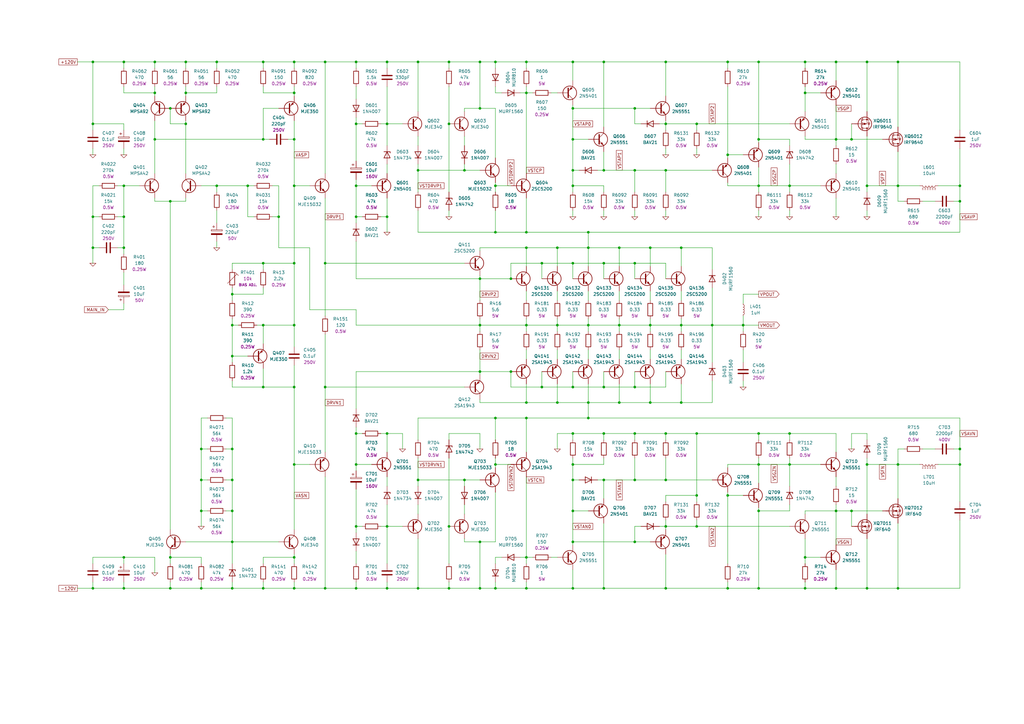
<source format=kicad_sch>
(kicad_sch (version 20211123) (generator eeschema)
  (paper "A3")
  (title_block (title "1400 WATTS RMS CLASS-TD\\nAUDIO POWER AMPLIFIER\\nFOR 4-OHMS LOUDSPEAKER") (date "2022-08-03"))
  (junction (at 120.65 228.6))
  (junction (at 69.85 228.6))
  (junction (at 266.7 165.1))
  (junction (at 69.85 241.3))
  (junction (at 273.05 69.85))
  (junction (at 330.2 25.4))
  (junction (at 234.95 190.5))
  (junction (at 107.95 57.15))
  (junction (at 50.8 76.2))
  (junction (at 196.85 222.25))
  (junction (at 260.35 69.85))
  (junction (at 215.9 25.4))
  (junction (at 234.95 69.85))
  (junction (at 273.05 50.8))
  (junction (at 273.05 177.8))
  (junction (at 215.9 95.25))
  (junction (at 279.4 101.6))
  (junction (at 368.3 190.5))
  (junction (at 241.3 171.45))
  (junction (at 38.1 88.9))
  (junction (at 88.9 76.2))
  (junction (at 120.65 133.35))
  (junction (at 95.25 222.25))
  (junction (at 158.75 241.3))
  (junction (at 50.8 25.4))
  (junction (at 38.1 50.8))
  (junction (at 228.6 101.6))
  (junction (at 292.1 133.35))
  (junction (at 120.65 158.75))
  (junction (at 158.75 177.8))
  (junction (at 101.6 76.2))
  (junction (at 342.9 209.55))
  (junction (at 146.05 215.9))
  (junction (at 120.65 38.1))
  (junction (at 323.85 190.5))
  (junction (at 190.5 69.85))
  (junction (at 393.7 82.55))
  (junction (at 247.65 241.3))
  (junction (at 234.95 76.2))
  (junction (at 82.55 184.15))
  (junction (at 184.15 241.3))
  (junction (at 215.9 133.35))
  (junction (at 298.45 63.5))
  (junction (at 203.2 76.2))
  (junction (at 215.9 228.6))
  (junction (at 146.05 241.3))
  (junction (at 146.05 88.9))
  (junction (at 234.95 222.25))
  (junction (at 254 165.1))
  (junction (at 285.75 177.8))
  (junction (at 95.25 196.85))
  (junction (at 107.95 133.35))
  (junction (at 63.5 25.4))
  (junction (at 107.95 158.75))
  (junction (at 355.6 76.2))
  (junction (at 120.65 57.15))
  (junction (at 298.45 25.4))
  (junction (at 342.9 241.3))
  (junction (at 273.05 215.9))
  (junction (at 120.65 25.4))
  (junction (at 203.2 95.25))
  (junction (at 241.3 101.6))
  (junction (at 266.7 133.35))
  (junction (at 95.25 241.3))
  (junction (at 50.8 228.6))
  (junction (at 196.85 44.45))
  (junction (at 196.85 114.3))
  (junction (at 215.9 165.1))
  (junction (at 234.95 44.45))
  (junction (at 38.1 101.6))
  (junction (at 285.75 215.9))
  (junction (at 368.3 76.2))
  (junction (at 241.3 95.25))
  (junction (at 95.25 146.05))
  (junction (at 133.35 107.95))
  (junction (at 234.95 241.3))
  (junction (at 215.9 241.3))
  (junction (at 76.2 38.1))
  (junction (at 171.45 69.85))
  (junction (at 50.8 88.9))
  (junction (at 234.95 209.55))
  (junction (at 304.8 133.35))
  (junction (at 247.65 25.4))
  (junction (at 234.95 57.15))
  (junction (at 247.65 177.8))
  (junction (at 107.95 25.4))
  (junction (at 95.25 120.65))
  (junction (at 158.75 25.4))
  (junction (at 107.95 107.95))
  (junction (at 203.2 25.4))
  (junction (at 196.85 241.3))
  (junction (at 260.35 158.75))
  (junction (at 171.45 25.4))
  (junction (at 158.75 215.9))
  (junction (at 247.65 158.75))
  (junction (at 285.75 203.2))
  (junction (at 146.05 190.5))
  (junction (at 311.15 209.55))
  (junction (at 215.9 101.6))
  (junction (at 254 101.6))
  (junction (at 298.45 241.3))
  (junction (at 114.3 88.9))
  (junction (at 349.25 57.15))
  (junction (at 330.2 241.3))
  (junction (at 393.7 184.15))
  (junction (at 228.6 133.35))
  (junction (at 222.25 107.95))
  (junction (at 311.15 177.8))
  (junction (at 355.6 241.3))
  (junction (at 107.95 241.3))
  (junction (at 190.5 196.85))
  (junction (at 158.75 50.8))
  (junction (at 82.55 196.85))
  (junction (at 298.45 203.2))
  (junction (at 158.75 88.9))
  (junction (at 146.05 50.8))
  (junction (at 323.85 177.8))
  (junction (at 254 133.35))
  (junction (at 63.5 57.15))
  (junction (at 120.65 241.3))
  (junction (at 260.35 177.8))
  (junction (at 393.7 76.2))
  (junction (at 279.4 133.35))
  (junction (at 146.05 177.8))
  (junction (at 393.7 190.5))
  (junction (at 311.15 57.15))
  (junction (at 69.85 44.45))
  (junction (at 342.9 57.15))
  (junction (at 247.65 107.95))
  (junction (at 311.15 241.3))
  (junction (at 215.9 171.45))
  (junction (at 38.1 25.4))
  (junction (at 82.55 209.55))
  (junction (at 184.15 215.9))
  (junction (at 355.6 190.5))
  (junction (at 95.25 133.35))
  (junction (at 120.65 76.2))
  (junction (at 203.2 190.5))
  (junction (at 266.7 101.6))
  (junction (at 234.95 177.8))
  (junction (at 247.65 196.85))
  (junction (at 234.95 158.75))
  (junction (at 196.85 133.35))
  (junction (at 82.55 241.3))
  (junction (at 184.15 25.4))
  (junction (at 349.25 209.55))
  (junction (at 171.45 241.3))
  (junction (at 330.2 38.1))
  (junction (at 260.35 196.85))
  (junction (at 215.9 38.1))
  (junction (at 342.9 25.4))
  (junction (at 311.15 25.4))
  (junction (at 234.95 25.4))
  (junction (at 247.65 69.85))
  (junction (at 76.2 25.4))
  (junction (at 38.1 241.3))
  (junction (at 76.2 50.8))
  (junction (at 323.85 76.2))
  (junction (at 50.8 241.3))
  (junction (at 196.85 152.4))
  (junction (at 355.6 25.4))
  (junction (at 311.15 190.5))
  (junction (at 273.05 25.4))
  (junction (at 95.25 209.55))
  (junction (at 63.5 38.1))
  (junction (at 69.85 82.55))
  (junction (at 330.2 228.6))
  (junction (at 368.3 25.4))
  (junction (at 209.55 114.3))
  (junction (at 171.45 196.85))
  (junction (at 209.55 152.4))
  (junction (at 260.35 222.25))
  (junction (at 203.2 241.3))
  (junction (at 241.3 133.35))
  (junction (at 273.05 241.3))
  (junction (at 146.05 25.4))
  (junction (at 285.75 50.8))
  (junction (at 120.65 107.95))
  (junction (at 273.05 196.85))
  (junction (at 222.25 158.75))
  (junction (at 368.3 241.3))
  (junction (at 133.35 241.3))
  (junction (at 146.05 76.2))
  (junction (at 50.8 101.6))
  (junction (at 234.95 107.95))
  (junction (at 120.65 190.5))
  (junction (at 228.6 165.1))
  (junction (at 260.35 107.95))
  (junction (at 311.15 76.2))
  (junction (at 196.85 25.4))
  (junction (at 279.4 165.1))
  (junction (at 133.35 158.75))
  (junction (at 203.2 171.45))
  (junction (at 88.9 25.4))
  (junction (at 184.15 50.8))
  (junction (at 260.35 44.45))
  (junction (at 133.35 25.4))
  (junction (at 241.3 165.1))
  (junction (at 95.25 184.15))
  (junction (at 234.95 196.85))
  (wire (pts (xy 196.85 184.15) (xy 196.85 177.8)))
  (wire (pts (xy 260.35 158.75) (xy 273.05 158.75)))
  (wire (pts (xy 247.65 76.2) (xy 247.65 78.74)))
  (wire (pts (xy 215.9 81.28) (xy 215.9 95.25)))
  (wire (pts (xy 133.35 195.58) (xy 133.35 241.3)))
  (wire (pts (xy 184.15 25.4) (xy 196.85 25.4)))
  (wire (pts (xy 368.3 82.55) (xy 370.84 82.55)))
  (wire (pts (xy 107.95 133.35) (xy 120.65 133.35)))
  (wire (pts (xy 184.15 177.8) (xy 184.15 180.34)))
  (wire (pts (xy 368.3 184.15) (xy 370.84 184.15)))
  (wire (pts (xy 146.05 200.66) (xy 146.05 215.9)))
  (wire (pts (xy 82.55 241.3) (xy 95.25 241.3)))
  (wire (pts (xy 273.05 203.2) (xy 285.75 203.2)))
  (wire (pts (xy 88.9 76.2) (xy 101.6 76.2)))
  (wire (pts (xy 330.2 228.6) (xy 330.2 231.14)))
  (wire (pts (xy 228.6 101.6) (xy 228.6 109.22)))
  (wire (pts (xy 133.35 158.75) (xy 133.35 185.42)))
  (wire (pts (xy 196.85 222.25) (xy 203.2 222.25)))
  (wire (pts (xy 146.05 48.26) (xy 146.05 50.8)))
  (wire (pts (xy 292.1 156.21) (xy 292.1 165.1)))
  (wire (pts (xy 254 133.35) (xy 266.7 133.35)))
  (wire (pts (xy 349.25 184.15) (xy 349.25 177.8)))
  (wire (pts (xy 203.2 238.76) (xy 203.2 241.3)))
  (wire (pts (xy 241.3 157.48) (xy 241.3 165.1)))
  (wire (pts (xy 95.25 120.65) (xy 107.95 120.65)))
  (wire (pts (xy 63.5 25.4) (xy 76.2 25.4)))
  (wire (pts (xy 146.05 76.2) (xy 152.4 76.2)))
  (wire (pts (xy 285.75 203.2) (xy 285.75 205.74)))
  (wire (pts (xy 50.8 101.6) (xy 50.8 104.14)))
  (wire (pts (xy 228.6 133.35) (xy 228.6 135.89)))
  (wire (pts (xy 50.8 38.1) (xy 63.5 38.1)))
  (wire (pts (xy 247.65 158.75) (xy 260.35 158.75)))
  (wire (pts (xy 330.2 38.1) (xy 336.55 38.1)))
  (wire (pts (xy 171.45 180.34) (xy 171.45 171.45)))
  (wire (pts (xy 215.9 241.3) (xy 234.95 241.3)))
  (wire (pts (xy 273.05 86.36) (xy 273.05 88.9)))
  (wire (pts (xy 95.25 158.75) (xy 107.95 158.75)))
  (wire (pts (xy 95.25 130.81) (xy 95.25 133.35)))
  (wire (pts (xy 158.75 67.31) (xy 158.75 71.12)))
  (wire (pts (xy 203.2 44.45) (xy 196.85 44.45)))
  (wire (pts (xy 342.9 233.68) (xy 342.9 241.3)))
  (wire (pts (xy 234.95 107.95) (xy 234.95 114.3)))
  (wire (pts (xy 50.8 127) (xy 44.45 127)))
  (wire (pts (xy 107.95 107.95) (xy 120.65 107.95)))
  (wire (pts (xy 146.05 190.5) (xy 146.05 193.04)))
  (wire (pts (xy 215.9 25.4) (xy 215.9 27.94)))
  (wire (pts (xy 63.5 35.56) (xy 63.5 38.1)))
  (wire (pts (xy 247.65 69.85) (xy 245.11 69.85)))
  (wire (pts (xy 279.4 133.35) (xy 292.1 133.35)))
  (wire (pts (xy 311.15 86.36) (xy 311.15 88.9)))
  (wire (pts (xy 156.21 177.8) (xy 158.75 177.8)))
  (wire (pts (xy 203.2 95.25) (xy 215.9 95.25)))
  (wire (pts (xy 95.25 222.25) (xy 95.25 231.14)))
  (wire (pts (xy 171.45 196.85) (xy 171.45 199.39)))
  (wire (pts (xy 184.15 241.3) (xy 196.85 241.3)))
  (wire (pts (xy 215.9 119.38) (xy 215.9 123.19)))
  (wire (pts (xy 146.05 25.4) (xy 146.05 27.94)))
  (wire (pts (xy 241.3 119.38) (xy 241.3 123.19)))
  (wire (pts (xy 298.45 63.5) (xy 298.45 64.77)))
  (wire (pts (xy 38.1 231.14) (xy 38.1 228.6)))
  (wire (pts (xy 330.2 35.56) (xy 330.2 38.1)))
  (wire (pts (xy 107.95 238.76) (xy 107.95 241.3)))
  (wire (pts (xy 222.25 158.75) (xy 222.25 152.4)))
  (wire (pts (xy 228.6 143.51) (xy 228.6 147.32)))
  (wire (pts (xy 342.9 57.15) (xy 342.9 59.69)))
  (wire (pts (xy 234.95 76.2) (xy 247.65 76.2)))
  (wire (pts (xy 273.05 50.8) (xy 285.75 50.8)))
  (wire (pts (xy 279.4 101.6) (xy 279.4 109.22)))
  (wire (pts (xy 222.25 158.75) (xy 234.95 158.75)))
  (wire (pts (xy 323.85 177.8) (xy 323.85 180.34)))
  (wire (pts (xy 285.75 213.36) (xy 285.75 215.9)))
  (wire (pts (xy 234.95 222.25) (xy 234.95 223.52)))
  (wire (pts (xy 95.25 118.11) (xy 95.25 120.65)))
  (wire (pts (xy 196.85 177.8) (xy 184.15 177.8)))
  (wire (pts (xy 234.95 177.8) (xy 234.95 180.34)))
  (wire (pts (xy 171.45 220.98) (xy 171.45 241.3)))
  (wire (pts (xy 158.75 215.9) (xy 165.1 215.9)))
  (wire (pts (xy 158.75 241.3) (xy 171.45 241.3)))
  (wire (pts (xy 226.06 38.1) (xy 228.6 38.1)))
  (wire (pts (xy 368.3 76.2) (xy 368.3 82.55)))
  (wire (pts (xy 50.8 25.4) (xy 50.8 27.94)))
  (wire (pts (xy 349.25 177.8) (xy 355.6 177.8)))
  (wire (pts (xy 247.65 25.4) (xy 247.65 52.07)))
  (wire (pts (xy 342.9 57.15) (xy 349.25 57.15)))
  (wire (pts (xy 107.95 118.11) (xy 107.95 120.65)))
  (wire (pts (xy 76.2 25.4) (xy 88.9 25.4)))
  (wire (pts (xy 234.95 190.5) (xy 234.95 196.85)))
  (wire (pts (xy 107.95 158.75) (xy 120.65 158.75)))
  (wire (pts (xy 254 101.6) (xy 254 109.22)))
  (wire (pts (xy 368.3 190.5) (xy 368.3 204.47)))
  (wire (pts (xy 234.95 69.85) (xy 234.95 76.2)))
  (wire (pts (xy 146.05 226.06) (xy 146.05 231.14)))
  (wire (pts (xy 203.2 241.3) (xy 215.9 241.3)))
  (wire (pts (xy 393.7 82.55) (xy 393.7 95.25)))
  (wire (pts (xy 323.85 57.15) (xy 311.15 57.15)))
  (wire (pts (xy 63.5 234.95) (xy 63.5 228.6)))
  (wire (pts (xy 203.2 187.96) (xy 203.2 190.5)))
  (wire (pts (xy 63.5 81.28) (xy 63.5 82.55)))
  (wire (pts (xy 95.25 171.45) (xy 95.25 184.15)))
  (wire (pts (xy 285.75 50.8) (xy 285.75 53.34)))
  (wire (pts (xy 311.15 190.5) (xy 311.15 198.12)))
  (wire (pts (xy 298.45 25.4) (xy 311.15 25.4)))
  (wire (pts (xy 342.9 207.01) (xy 342.9 209.55)))
  (wire (pts (xy 95.25 146.05) (xy 95.25 148.59)))
  (wire (pts (xy 184.15 25.4) (xy 184.15 27.94)))
  (wire (pts (xy 158.75 215.9) (xy 158.75 231.14)))
  (wire (pts (xy 76.2 38.1) (xy 76.2 39.37)))
  (wire (pts (xy 292.1 133.35) (xy 304.8 133.35)))
  (wire (pts (xy 171.45 55.88) (xy 171.45 59.69)))
  (wire (pts (xy 247.65 177.8) (xy 260.35 177.8)))
  (wire (pts (xy 270.51 50.8) (xy 273.05 50.8)))
  (wire (pts (xy 69.85 44.45) (xy 69.85 50.8)))
  (wire (pts (xy 298.45 76.2) (xy 311.15 76.2)))
  (wire (pts (xy 120.65 107.95) (xy 120.65 133.35)))
  (wire (pts (xy 330.2 55.88) (xy 330.2 57.15)))
  (wire (pts (xy 279.4 130.81) (xy 279.4 133.35)))
  (wire (pts (xy 69.85 82.55) (xy 69.85 217.17)))
  (wire (pts (xy 247.65 214.63) (xy 247.65 241.3)))
  (wire (pts (xy 63.5 228.6) (xy 50.8 228.6)))
  (wire (pts (xy 38.1 25.4) (xy 38.1 50.8)))
  (wire (pts (xy 234.95 86.36) (xy 234.95 88.9)))
  (wire (pts (xy 247.65 196.85) (xy 247.65 204.47)))
  (wire (pts (xy 215.9 171.45) (xy 241.3 171.45)))
  (wire (pts (xy 368.3 184.15) (xy 368.3 190.5)))
  (wire (pts (xy 342.9 209.55) (xy 349.25 209.55)))
  (wire (pts (xy 120.65 228.6) (xy 120.65 231.14)))
  (wire (pts (xy 260.35 44.45) (xy 266.7 44.45)))
  (wire (pts (xy 279.4 133.35) (xy 279.4 135.89)))
  (wire (pts (xy 355.6 25.4) (xy 368.3 25.4)))
  (wire (pts (xy 196.85 133.35) (xy 215.9 133.35)))
  (wire (pts (xy 120.65 76.2) (xy 127 76.2)))
  (wire (pts (xy 50.8 238.76) (xy 50.8 241.3)))
  (wire (pts (xy 330.2 25.4) (xy 342.9 25.4)))
  (wire (pts (xy 95.25 110.49) (xy 95.25 107.95)))
  (wire (pts (xy 234.95 187.96) (xy 234.95 190.5)))
  (wire (pts (xy 234.95 44.45) (xy 260.35 44.45)))
  (wire (pts (xy 82.55 238.76) (xy 82.55 241.3)))
  (wire (pts (xy 228.6 157.48) (xy 228.6 165.1)))
  (wire (pts (xy 50.8 88.9) (xy 50.8 101.6)))
  (wire (pts (xy 260.35 50.8) (xy 260.35 44.45)))
  (wire (pts (xy 311.15 209.55) (xy 311.15 241.3)))
  (wire (pts (xy 82.55 76.2) (xy 88.9 76.2)))
  (wire (pts (xy 273.05 69.85) (xy 273.05 78.74)))
  (wire (pts (xy 228.6 184.15) (xy 228.6 177.8)))
  (wire (pts (xy 50.8 35.56) (xy 50.8 38.1)))
  (wire (pts (xy 184.15 187.96) (xy 184.15 215.9)))
  (wire (pts (xy 196.85 114.3) (xy 209.55 114.3)))
  (wire (pts (xy 311.15 187.96) (xy 311.15 190.5)))
  (wire (pts (xy 298.45 238.76) (xy 298.45 241.3)))
  (wire (pts (xy 266.7 101.6) (xy 279.4 101.6)))
  (wire (pts (xy 234.95 25.4) (xy 247.65 25.4)))
  (wire (pts (xy 298.45 74.93) (xy 298.45 76.2)))
  (wire (pts (xy 298.45 191.77) (xy 298.45 190.5)))
  (wire (pts (xy 213.36 228.6) (xy 215.9 228.6)))
  (wire (pts (xy 88.9 99.06) (xy 88.9 101.6)))
  (wire (pts (xy 82.55 209.55) (xy 85.09 209.55)))
  (wire (pts (xy 120.65 25.4) (xy 120.65 27.94)))
  (wire (pts (xy 88.9 76.2) (xy 88.9 78.74)))
  (wire (pts (xy 342.9 43.18) (xy 342.9 57.15)))
  (wire (pts (xy 311.15 68.58) (xy 311.15 76.2)))
  (wire (pts (xy 63.5 82.55) (xy 69.85 82.55)))
  (wire (pts (xy 241.3 165.1) (xy 241.3 171.45)))
  (wire (pts (xy 368.3 190.5) (xy 377.19 190.5)))
  (wire (pts (xy 133.35 107.95) (xy 133.35 129.54)))
  (wire (pts (xy 133.35 107.95) (xy 190.5 107.95)))
  (wire (pts (xy 285.75 50.8) (xy 323.85 50.8)))
  (wire (pts (xy 304.8 120.65) (xy 304.8 124.46)))
  (wire (pts (xy 146.05 177.8) (xy 148.59 177.8)))
  (wire (pts (xy 355.6 25.4) (xy 355.6 45.72)))
  (wire (pts (xy 50.8 25.4) (xy 63.5 25.4)))
  (wire (pts (xy 120.65 76.2) (xy 120.65 107.95)))
  (wire (pts (xy 266.7 101.6) (xy 266.7 109.22)))
  (wire (pts (xy 203.2 86.36) (xy 203.2 95.25)))
  (wire (pts (xy 196.85 44.45) (xy 190.5 44.45)))
  (wire (pts (xy 196.85 152.4) (xy 209.55 152.4)))
  (wire (pts (xy 146.05 215.9) (xy 148.59 215.9)))
  (wire (pts (xy 171.45 69.85) (xy 190.5 69.85)))
  (wire (pts (xy 209.55 158.75) (xy 209.55 152.4)))
  (wire (pts (xy 273.05 203.2) (xy 273.05 205.74)))
  (wire (pts (xy 234.95 222.25) (xy 260.35 222.25)))
  (wire (pts (xy 133.35 81.28) (xy 133.35 107.95)))
  (wire (pts (xy 111.76 88.9) (xy 114.3 88.9)))
  (wire (pts (xy 241.3 95.25) (xy 393.7 95.25)))
  (wire (pts (xy 262.89 50.8) (xy 260.35 50.8)))
  (wire (pts (xy 171.45 86.36) (xy 171.45 95.25)))
  (wire (pts (xy 76.2 81.28) (xy 76.2 82.55)))
  (wire (pts (xy 260.35 215.9) (xy 260.35 222.25)))
  (wire (pts (xy 234.95 177.8) (xy 247.65 177.8)))
  (wire (pts (xy 266.7 157.48) (xy 266.7 165.1)))
  (wire (pts (xy 247.65 187.96) (xy 247.65 190.5)))
  (wire (pts (xy 311.15 57.15) (xy 311.15 58.42)))
  (wire (pts (xy 368.3 76.2) (xy 377.19 76.2)))
  (wire (pts (xy 146.05 35.56) (xy 146.05 40.64)))
  (wire (pts (xy 203.2 171.45) (xy 203.2 180.34)))
  (wire (pts (xy 393.7 25.4) (xy 393.7 53.34)))
  (wire (pts (xy 234.95 158.75) (xy 234.95 152.4)))
  (wire (pts (xy 196.85 152.4) (xy 196.85 153.67)))
  (wire (pts (xy 69.85 50.8) (xy 76.2 50.8)))
  (wire (pts (xy 184.15 50.8) (xy 184.15 78.74)))
  (wire (pts (xy 241.3 133.35) (xy 228.6 133.35)))
  (wire (pts (xy 311.15 76.2) (xy 311.15 78.74)))
  (wire (pts (xy 196.85 101.6) (xy 215.9 101.6)))
  (wire (pts (xy 158.75 50.8) (xy 158.75 59.69)))
  (wire (pts (xy 120.65 57.15) (xy 120.65 76.2)))
  (wire (pts (xy 241.3 143.51) (xy 241.3 147.32)))
  (wire (pts (xy 69.85 238.76) (xy 69.85 241.3)))
  (wire (pts (xy 215.9 130.81) (xy 215.9 133.35)))
  (wire (pts (xy 38.1 76.2) (xy 38.1 88.9)))
  (wire (pts (xy 342.9 67.31) (xy 342.9 71.12)))
  (wire (pts (xy 393.7 190.5) (xy 393.7 205.74)))
  (wire (pts (xy 203.2 25.4) (xy 203.2 27.94)))
  (wire (pts (xy 245.11 196.85) (xy 247.65 196.85)))
  (wire (pts (xy 273.05 196.85) (xy 292.1 196.85)))
  (wire (pts (xy 342.9 195.58) (xy 342.9 199.39)))
  (wire (pts (xy 63.5 38.1) (xy 63.5 39.37)))
  (wire (pts (xy 247.65 25.4) (xy 273.05 25.4)))
  (wire (pts (xy 285.75 215.9) (xy 273.05 215.9)))
  (wire (pts (xy 234.95 209.55) (xy 241.3 209.55)))
  (wire (pts (xy 95.25 146.05) (xy 101.6 146.05)))
  (wire (pts (xy 391.16 82.55) (xy 393.7 82.55)))
  (wire (pts (xy 247.65 69.85) (xy 260.35 69.85)))
  (wire (pts (xy 260.35 69.85) (xy 260.35 78.74)))
  (wire (pts (xy 222.25 107.95) (xy 234.95 107.95)))
  (wire (pts (xy 323.85 76.2) (xy 336.55 76.2)))
  (wire (pts (xy 203.2 222.25) (xy 203.2 201.93)))
  (wire (pts (xy 133.35 158.75) (xy 190.5 158.75)))
  (wire (pts (xy 292.1 118.11) (xy 292.1 133.35)))
  (wire (pts (xy 95.25 238.76) (xy 95.25 241.3)))
  (wire (pts (xy 76.2 35.56) (xy 76.2 38.1)))
  (wire (pts (xy 304.8 156.21) (xy 304.8 158.75)))
  (wire (pts (xy 146.05 50.8) (xy 146.05 66.04)))
  (wire (pts (xy 158.75 35.56) (xy 158.75 50.8)))
  (wire (pts (xy 156.21 88.9) (xy 158.75 88.9)))
  (wire (pts (xy 273.05 69.85) (xy 292.1 69.85)))
  (wire (pts (xy 50.8 60.96) (xy 50.8 63.5)))
  (wire (pts (xy 260.35 69.85) (xy 273.05 69.85)))
  (wire (pts (xy 215.9 165.1) (xy 228.6 165.1)))
  (wire (pts (xy 196.85 241.3) (xy 203.2 241.3)))
  (wire (pts (xy 209.55 107.95) (xy 222.25 107.95)))
  (wire (pts (xy 273.05 158.75) (xy 273.05 152.4)))
  (wire (pts (xy 266.7 119.38) (xy 266.7 123.19)))
  (wire (pts (xy 63.5 49.53) (xy 63.5 57.15)))
  (wire (pts (xy 82.55 196.85) (xy 82.55 184.15)))
  (wire (pts (xy 247.65 190.5) (xy 234.95 190.5)))
  (wire (pts (xy 215.9 133.35) (xy 215.9 135.89)))
  (wire (pts (xy 254 101.6) (xy 266.7 101.6)))
  (wire (pts (xy 184.15 86.36) (xy 184.15 88.9)))
  (wire (pts (xy 254 133.35) (xy 241.3 133.35)))
  (wire (pts (xy 311.15 190.5) (xy 323.85 190.5)))
  (wire (pts (xy 266.7 143.51) (xy 266.7 147.32)))
  (wire (pts (xy 190.5 196.85) (xy 196.85 196.85)))
  (wire (pts (xy 330.2 228.6) (xy 336.55 228.6)))
  (wire (pts (xy 82.55 184.15) (xy 85.09 184.15)))
  (wire (pts (xy 311.15 208.28) (xy 311.15 209.55)))
  (wire (pts (xy 378.46 184.15) (xy 383.54 184.15)))
  (wire (pts (xy 234.95 57.15) (xy 234.95 69.85)))
  (wire (pts (xy 184.15 238.76) (xy 184.15 241.3)))
  (wire (pts (xy 279.4 165.1) (xy 292.1 165.1)))
  (wire (pts (xy 234.95 209.55) (xy 234.95 222.25)))
  (wire (pts (xy 323.85 207.01) (xy 323.85 209.55)))
  (wire (pts (xy 234.95 57.15) (xy 241.3 57.15)))
  (wire (pts (xy 196.85 113.03) (xy 196.85 114.3)))
  (wire (pts (xy 105.41 133.35) (xy 107.95 133.35)))
  (wire (pts (xy 133.35 25.4) (xy 133.35 71.12)))
  (wire (pts (xy 330.2 241.3) (xy 342.9 241.3)))
  (wire (pts (xy 158.75 207.01) (xy 158.75 215.9)))
  (wire (pts (xy 323.85 187.96) (xy 323.85 190.5)))
  (wire (pts (xy 107.95 35.56) (xy 107.95 38.1)))
  (wire (pts (xy 48.26 88.9) (xy 50.8 88.9)))
  (wire (pts (xy 88.9 35.56) (xy 88.9 38.1)))
  (wire (pts (xy 146.05 88.9) (xy 148.59 88.9)))
  (wire (pts (xy 63.5 25.4) (xy 63.5 27.94)))
  (wire (pts (xy 190.5 67.31) (xy 190.5 69.85)))
  (wire (pts (xy 304.8 133.35) (xy 311.15 133.35)))
  (wire (pts (xy 247.65 177.8) (xy 247.65 180.34)))
  (wire (pts (xy 205.74 38.1) (xy 203.2 38.1)))
  (wire (pts (xy 158.75 238.76) (xy 158.75 241.3)))
  (wire (pts (xy 184.15 35.56) (xy 184.15 50.8)))
  (wire (pts (xy 234.95 43.18) (xy 234.95 44.45)))
  (wire (pts (xy 118.11 57.15) (xy 120.65 57.15)))
  (wire (pts (xy 304.8 120.65) (xy 311.15 120.65)))
  (wire (pts (xy 241.3 101.6) (xy 241.3 109.22)))
  (wire (pts (xy 203.2 190.5) (xy 209.55 190.5)))
  (wire (pts (xy 190.5 44.45) (xy 190.5 45.72)))
  (wire (pts (xy 285.75 177.8) (xy 285.75 203.2)))
  (wire (pts (xy 50.8 53.34) (xy 50.8 50.8)))
  (wire (pts (xy 76.2 38.1) (xy 88.9 38.1)))
  (wire (pts (xy 171.45 207.01) (xy 171.45 210.82)))
  (wire (pts (xy 48.26 101.6) (xy 50.8 101.6)))
  (wire (pts (xy 107.95 107.95) (xy 107.95 110.49)))
  (wire (pts (xy 92.71 184.15) (xy 95.25 184.15)))
  (wire (pts (xy 266.7 165.1) (xy 279.4 165.1)))
  (wire (pts (xy 368.3 241.3) (xy 393.7 241.3)))
  (wire (pts (xy 279.4 101.6) (xy 292.1 101.6)))
  (wire (pts (xy 190.5 55.88) (xy 190.5 59.69)))
  (wire (pts (xy 101.6 88.9) (xy 104.14 88.9)))
  (wire (pts (xy 171.45 95.25) (xy 203.2 95.25)))
  (wire (pts (xy 120.65 241.3) (xy 133.35 241.3)))
  (wire (pts (xy 260.35 222.25) (xy 266.7 222.25)))
  (wire (pts (xy 330.2 210.82) (xy 330.2 209.55)))
  (wire (pts (xy 50.8 76.2) (xy 57.15 76.2)))
  (wire (pts (xy 273.05 177.8) (xy 285.75 177.8)))
  (wire (pts (xy 196.85 101.6) (xy 196.85 102.87)))
  (wire (pts (xy 213.36 38.1) (xy 215.9 38.1)))
  (wire (pts (xy 241.3 171.45) (xy 393.7 171.45)))
  (wire (pts (xy 165.1 177.8) (xy 158.75 177.8)))
  (wire (pts (xy 241.3 130.81) (xy 241.3 133.35)))
  (wire (pts (xy 203.2 228.6) (xy 203.2 231.14)))
  (wire (pts (xy 304.8 143.51) (xy 304.8 148.59)))
  (wire (pts (xy 146.05 114.3) (xy 196.85 114.3)))
  (wire (pts (xy 298.45 35.56) (xy 298.45 63.5)))
  (wire (pts (xy 241.3 165.1) (xy 254 165.1)))
  (wire (pts (xy 69.85 228.6) (xy 82.55 228.6)))
  (wire (pts (xy 254 130.81) (xy 254 133.35)))
  (wire (pts (xy 342.9 241.3) (xy 355.6 241.3)))
  (wire (pts (xy 190.5 222.25) (xy 196.85 222.25)))
  (wire (pts (xy 273.05 177.8) (xy 273.05 180.34)))
  (wire (pts (xy 260.35 177.8) (xy 273.05 177.8)))
  (wire (pts (xy 63.5 57.15) (xy 107.95 57.15)))
  (wire (pts (xy 285.75 60.96) (xy 285.75 63.5)))
  (wire (pts (xy 156.21 215.9) (xy 158.75 215.9)))
  (wire (pts (xy 82.55 209.55) (xy 82.55 196.85)))
  (wire (pts (xy 50.8 111.76) (xy 50.8 116.84)))
  (wire (pts (xy 158.75 25.4) (xy 171.45 25.4)))
  (wire (pts (xy 273.05 50.8) (xy 273.05 53.34)))
  (wire (pts (xy 120.65 35.56) (xy 120.65 38.1)))
  (wire (pts (xy 171.45 67.31) (xy 171.45 69.85)))
  (wire (pts (xy 69.85 241.3) (xy 82.55 241.3)))
  (wire (pts (xy 254 165.1) (xy 266.7 165.1)))
  (wire (pts (xy 241.3 95.25) (xy 241.3 101.6)))
  (wire (pts (xy 393.7 76.2) (xy 393.7 82.55)))
  (wire (pts (xy 158.75 50.8) (xy 165.1 50.8)))
  (wire (pts (xy 311.15 25.4) (xy 330.2 25.4)))
  (wire (pts (xy 273.05 213.36) (xy 273.05 215.9)))
  (wire (pts (xy 384.81 190.5) (xy 393.7 190.5)))
  (wire (pts (xy 146.05 127) (xy 146.05 133.35)))
  (wire (pts (xy 304.8 133.35) (xy 304.8 135.89)))
  (wire (pts (xy 82.55 228.6) (xy 82.55 231.14)))
  (wire (pts (xy 266.7 133.35) (xy 266.7 135.89)))
  (wire (pts (xy 355.6 190.5) (xy 355.6 210.82)))
  (wire (pts (xy 171.45 25.4) (xy 184.15 25.4)))
  (wire (pts (xy 107.95 151.13) (xy 107.95 158.75)))
  (wire (pts (xy 330.2 57.15) (xy 342.9 57.15)))
  (wire (pts (xy 342.9 209.55) (xy 342.9 223.52)))
  (wire (pts (xy 323.85 190.5) (xy 323.85 199.39)))
  (wire (pts (xy 247.65 107.95) (xy 260.35 107.95)))
  (wire (pts (xy 146.05 152.4) (xy 196.85 152.4)))
  (wire (pts (xy 215.9 143.51) (xy 215.9 147.32)))
  (wire (pts (xy 82.55 171.45) (xy 85.09 171.45)))
  (wire (pts (xy 355.6 220.98) (xy 355.6 241.3)))
  (wire (pts (xy 107.95 57.15) (xy 110.49 57.15)))
  (wire (pts (xy 273.05 107.95) (xy 273.05 114.3)))
  (wire (pts (xy 205.74 228.6) (xy 203.2 228.6)))
  (wire (pts (xy 215.9 228.6) (xy 218.44 228.6)))
  (wire (pts (xy 196.85 143.51) (xy 196.85 152.4)))
  (wire (pts (xy 292.1 101.6) (xy 292.1 110.49)))
  (wire (pts (xy 107.95 25.4) (xy 107.95 27.94)))
  (wire (pts (xy 203.2 190.5) (xy 203.2 191.77)))
  (wire (pts (xy 171.45 25.4) (xy 171.45 45.72)))
  (wire (pts (xy 311.15 76.2) (xy 323.85 76.2)))
  (wire (pts (xy 215.9 25.4) (xy 234.95 25.4)))
  (wire (pts (xy 82.55 184.15) (xy 82.55 171.45)))
  (wire (pts (xy 146.05 167.64) (xy 146.05 152.4)))
  (wire (pts (xy 95.25 241.3) (xy 107.95 241.3)))
  (wire (pts (xy 38.1 88.9) (xy 40.64 88.9)))
  (wire (pts (xy 260.35 187.96) (xy 260.35 196.85)))
  (wire (pts (xy 349.25 57.15) (xy 349.25 50.8)))
  (wire (pts (xy 391.16 184.15) (xy 393.7 184.15)))
  (wire (pts (xy 146.05 215.9) (xy 146.05 218.44)))
  (wire (pts (xy 247.65 62.23) (xy 247.65 69.85)))
  (wire (pts (xy 38.1 241.3) (xy 50.8 241.3)))
  (wire (pts (xy 120.65 190.5) (xy 120.65 217.17)))
  (wire (pts (xy 311.15 25.4) (xy 311.15 57.15)))
  (wire (pts (xy 260.35 107.95) (xy 273.05 107.95)))
  (wire (pts (xy 107.95 228.6) (xy 120.65 228.6)))
  (wire (pts (xy 38.1 228.6) (xy 50.8 228.6)))
  (wire (pts (xy 209.55 158.75) (xy 222.25 158.75)))
  (wire (pts (xy 311.15 177.8) (xy 311.15 180.34)))
  (wire (pts (xy 270.51 215.9) (xy 273.05 215.9)))
  (wire (pts (xy 355.6 76.2) (xy 355.6 78.74)))
  (wire (pts (xy 226.06 228.6) (xy 228.6 228.6)))
  (wire (pts (xy 203.2 25.4) (xy 215.9 25.4)))
  (wire (pts (xy 146.05 175.26) (xy 146.05 177.8)))
  (wire (pts (xy 393.7 60.96) (xy 393.7 76.2)))
  (wire (pts (xy 165.1 184.15) (xy 165.1 177.8)))
  (wire (pts (xy 234.95 233.68) (xy 234.95 241.3)))
  (wire (pts (xy 95.25 209.55) (xy 95.25 222.25)))
  (wire (pts (xy 355.6 241.3) (xy 368.3 241.3)))
  (wire (pts (xy 146.05 190.5) (xy 152.4 190.5)))
  (wire (pts (xy 120.65 190.5) (xy 127 190.5)))
  (wire (pts (xy 146.05 88.9) (xy 146.05 91.44)))
  (wire (pts (xy 133.35 25.4) (xy 146.05 25.4)))
  (wire (pts (xy 69.85 82.55) (xy 76.2 82.55)))
  (wire (pts (xy 323.85 86.36) (xy 323.85 88.9)))
  (wire (pts (xy 260.35 177.8) (xy 260.35 180.34)))
  (wire (pts (xy 393.7 184.15) (xy 393.7 190.5)))
  (wire (pts (xy 50.8 124.46) (xy 50.8 127)))
  (wire (pts (xy 120.65 227.33) (xy 120.65 228.6)))
  (wire (pts (xy 88.9 86.36) (xy 88.9 91.44)))
  (wire (pts (xy 323.85 215.9) (xy 285.75 215.9)))
  (wire (pts (xy 158.75 25.4) (xy 158.75 27.94)))
  (wire (pts (xy 323.85 177.8) (xy 342.9 177.8)))
  (wire (pts (xy 146.05 99.06) (xy 146.05 114.3)))
  (wire (pts (xy 76.2 49.53) (xy 76.2 50.8)))
  (wire (pts (xy 241.3 133.35) (xy 241.3 135.89)))
  (wire (pts (xy 127 127) (xy 146.05 127)))
  (wire (pts (xy 203.2 74.93) (xy 203.2 76.2)))
  (wire (pts (xy 260.35 107.95) (xy 260.35 114.3)))
  (wire (pts (xy 323.85 67.31) (xy 323.85 76.2)))
  (wire (pts (xy 266.7 130.81) (xy 266.7 133.35)))
  (wire (pts (xy 311.15 241.3) (xy 330.2 241.3)))
  (wire (pts (xy 95.25 120.65) (xy 95.25 123.19)))
  (wire (pts (xy 31.75 241.3) (xy 38.1 241.3)))
  (wire (pts (xy 234.95 76.2) (xy 234.95 78.74)))
  (wire (pts (xy 76.2 222.25) (xy 95.25 222.25)))
  (wire (pts (xy 92.71 196.85) (xy 95.25 196.85)))
  (wire (pts (xy 234.95 25.4) (xy 234.95 33.02)))
  (wire (pts (xy 38.1 101.6) (xy 40.64 101.6)))
  (wire (pts (xy 298.45 63.5) (xy 304.8 63.5)))
  (wire (pts (xy 330.2 209.55) (xy 342.9 209.55)))
  (wire (pts (xy 38.1 25.4) (xy 50.8 25.4)))
  (wire (pts (xy 171.45 69.85) (xy 171.45 78.74)))
  (wire (pts (xy 95.25 133.35) (xy 97.79 133.35)))
  (wire (pts (xy 107.95 57.15) (xy 107.95 44.45)))
  (wire (pts (xy 190.5 69.85) (xy 196.85 69.85)))
  (wire (pts (xy 393.7 171.45) (xy 393.7 184.15)))
  (wire (pts (xy 323.85 76.2) (xy 323.85 78.74)))
  (wire (pts (xy 215.9 101.6) (xy 228.6 101.6)))
  (wire (pts (xy 190.5 207.01) (xy 190.5 210.82)))
  (wire (pts (xy 104.14 76.2) (xy 101.6 76.2)))
  (wire (pts (xy 50.8 76.2) (xy 50.8 88.9)))
  (wire (pts (xy 323.85 59.69) (xy 323.85 57.15)))
  (wire (pts (xy 234.95 196.85) (xy 234.95 209.55)))
  (wire (pts (xy 323.85 209.55) (xy 311.15 209.55)))
  (wire (pts (xy 368.3 62.23) (xy 368.3 76.2)))
  (wire (pts (xy 114.3 101.6) (xy 114.3 88.9)))
  (wire (pts (xy 368.3 25.4) (xy 368.3 52.07)))
  (wire (pts (xy 228.6 119.38) (xy 228.6 123.19)))
  (wire (pts (xy 298.45 203.2) (xy 298.45 201.93)))
  (wire (pts (xy 298.45 190.5) (xy 311.15 190.5)))
  (wire (pts (xy 234.95 196.85) (xy 237.49 196.85)))
  (wire (pts (xy 196.85 130.81) (xy 196.85 133.35)))
  (wire (pts (xy 203.2 64.77) (xy 203.2 44.45)))
  (wire (pts (xy 260.35 86.36) (xy 260.35 88.9)))
  (wire (pts (xy 107.95 228.6) (xy 107.95 231.14)))
  (wire (pts (xy 330.2 25.4) (xy 330.2 27.94)))
  (wire (pts (xy 196.85 25.4) (xy 203.2 25.4)))
  (wire (pts (xy 156.21 50.8) (xy 158.75 50.8)))
  (wire (pts (xy 196.85 163.83) (xy 196.85 165.1)))
  (wire (pts (xy 342.9 81.28) (xy 342.9 88.9)))
  (wire (pts (xy 69.85 227.33) (xy 69.85 228.6)))
  (wire (pts (xy 279.4 143.51) (xy 279.4 147.32)))
  (wire (pts (xy 76.2 50.8) (xy 76.2 71.12)))
  (wire (pts (xy 38.1 60.96) (xy 38.1 63.5)))
  (wire (pts (xy 107.95 133.35) (xy 107.95 140.97)))
  (wire (pts (xy 349.25 209.55) (xy 361.95 209.55)))
  (wire (pts (xy 95.25 222.25) (xy 114.3 222.25)))
  (wire (pts (xy 120.65 158.75) (xy 120.65 190.5)))
  (wire (pts (xy 48.26 76.2) (xy 50.8 76.2)))
  (wire (pts (xy 215.9 101.6) (xy 215.9 109.22)))
  (wire (pts (xy 114.3 76.2) (xy 114.3 88.9)))
  (wire (pts (xy 247.65 158.75) (xy 247.65 152.4)))
  (wire (pts (xy 234.95 44.45) (xy 234.95 57.15)))
  (wire (pts (xy 146.05 238.76) (xy 146.05 241.3)))
  (wire (pts (xy 92.71 209.55) (xy 95.25 209.55)))
  (wire (pts (xy 241.3 101.6) (xy 254 101.6)))
  (wire (pts (xy 342.9 25.4) (xy 355.6 25.4)))
  (wire (pts (xy 82.55 196.85) (xy 85.09 196.85)))
  (wire (pts (xy 190.5 196.85) (xy 190.5 199.39)))
  (wire (pts (xy 146.05 50.8) (xy 148.59 50.8)))
  (wire (pts (xy 38.1 101.6) (xy 38.1 107.95)))
  (wire (pts (xy 260.35 158.75) (xy 260.35 152.4)))
  (wire (pts (xy 349.25 215.9) (xy 349.25 209.55)))
  (wire (pts (xy 234.95 241.3) (xy 247.65 241.3)))
  (wire (pts (xy 203.2 38.1) (xy 203.2 35.56)))
  (wire (pts (xy 158.75 195.58) (xy 158.75 199.39)))
  (wire (pts (xy 273.05 241.3) (xy 298.45 241.3)))
  (wire (pts (xy 273.05 49.53) (xy 273.05 50.8)))
  (wire (pts (xy 342.9 25.4) (xy 342.9 33.02)))
  (wire (pts (xy 262.89 215.9) (xy 260.35 215.9)))
  (wire (pts (xy 196.85 133.35) (xy 196.85 135.89)))
  (wire (pts (xy 63.5 57.15) (xy 63.5 71.12)))
  (wire (pts (xy 342.9 177.8) (xy 342.9 185.42)))
  (wire (pts (xy 273.05 187.96) (xy 273.05 196.85)))
  (wire (pts (xy 120.65 49.53) (xy 120.65 57.15)))
  (wire (pts (xy 228.6 130.81) (xy 228.6 133.35)))
  (wire (pts (xy 355.6 86.36) (xy 355.6 88.9)))
  (wire (pts (xy 215.9 171.45) (xy 215.9 185.42)))
  (wire (pts (xy 196.85 222.25) (xy 196.85 241.3)))
  (wire (pts (xy 279.4 157.48) (xy 279.4 165.1)))
  (wire (pts (xy 273.05 227.33) (xy 273.05 241.3)))
  (wire (pts (xy 146.05 177.8) (xy 146.05 190.5)))
  (wire (pts (xy 69.85 228.6) (xy 69.85 231.14)))
  (wire (pts (xy 254 133.35) (xy 254 135.89)))
  (wire (pts (xy 38.1 238.76) (xy 38.1 241.3)))
  (wire (pts (xy 215.9 195.58) (xy 215.9 228.6)))
  (wire (pts (xy 298.45 241.3) (xy 311.15 241.3)))
  (wire (pts (xy 120.65 38.1) (xy 120.65 39.37)))
  (wire (pts (xy 171.45 241.3) (xy 184.15 241.3)))
  (wire (pts (xy 133.35 241.3) (xy 146.05 241.3)))
  (wire (pts (xy 120.65 38.1) (xy 107.95 38.1)))
  (wire (pts (xy 95.25 156.21) (xy 95.25 158.75)))
  (wire (pts (xy 196.85 165.1) (xy 215.9 165.1)))
  (wire (pts (xy 114.3 101.6) (xy 127 101.6)))
  (wire (pts (xy 311.15 177.8) (xy 323.85 177.8)))
  (wire (pts (xy 40.64 76.2) (xy 38.1 76.2)))
  (wire (pts (xy 146.05 76.2) (xy 146.05 88.9)))
  (wire (pts (xy 50.8 50.8) (xy 38.1 50.8)))
  (wire (pts (xy 222.25 107.95) (xy 222.25 114.3)))
  (wire (pts (xy 203.2 76.2) (xy 203.2 78.74)))
  (wire (pts (xy 111.76 76.2) (xy 114.3 76.2)))
  (wire (pts (xy 95.25 196.85) (xy 95.25 209.55)))
  (wire (pts (xy 146.05 133.35) (xy 196.85 133.35)))
  (wire (pts (xy 95.25 107.95) (xy 107.95 107.95)))
  (wire (pts (xy 368.3 25.4) (xy 393.7 25.4)))
  (wire (pts (xy 38.1 88.9) (xy 38.1 101.6)))
  (wire (pts (xy 228.6 133.35) (xy 215.9 133.35)))
  (wire (pts (xy 298.45 25.4) (xy 298.45 27.94)))
  (wire (pts (xy 133.35 137.16) (xy 133.35 158.75)))
  (wire (pts (xy 304.8 203.2) (xy 298.45 203.2)))
  (wire (pts (xy 247.65 86.36) (xy 247.65 88.9)))
  (wire (pts (xy 241.3 165.1) (xy 228.6 165.1)))
  (wire (pts (xy 378.46 82.55) (xy 383.54 82.55)))
  (wire (pts (xy 203.2 171.45) (xy 215.9 171.45)))
  (wire (pts (xy 215.9 38.1) (xy 215.9 71.12)))
  (wire (pts (xy 101.6 76.2) (xy 101.6 88.9)))
  (wire (pts (xy 260.35 196.85) (xy 273.05 196.85)))
  (wire (pts (xy 355.6 55.88) (xy 355.6 76.2)))
  (wire (pts (xy 158.75 88.9) (xy 158.75 95.25)))
  (wire (pts (xy 171.45 171.45) (xy 203.2 171.45)))
  (wire (pts (xy 247.65 196.85) (xy 260.35 196.85)))
  (wire (pts (xy 273.05 25.4) (xy 298.45 25.4)))
  (wire (pts (xy 95.25 184.15) (xy 95.25 196.85)))
  (wire (pts (xy 247.65 107.95) (xy 247.65 114.3)))
  (wire (pts (xy 215.9 35.56) (xy 215.9 38.1)))
  (wire (pts (xy 273.05 25.4) (xy 273.05 39.37)))
  (wire (pts (xy 241.3 101.6) (xy 228.6 101.6)))
  (wire (pts (xy 88.9 25.4) (xy 107.95 25.4)))
  (wire (pts (xy 254 157.48) (xy 254 165.1)))
  (wire (pts (xy 234.95 107.95) (xy 247.65 107.95)))
  (wire (pts (xy 107.95 241.3) (xy 120.65 241.3)))
  (wire (pts (xy 330.2 238.76) (xy 330.2 241.3)))
  (wire (pts (xy 95.25 133.35) (xy 95.25 146.05)))
  (wire (pts (xy 196.85 25.4) (xy 196.85 44.45)))
  (wire (pts (xy 304.8 129.54) (xy 304.8 133.35)))
  (wire (pts (xy 127 101.6) (xy 127 127)))
  (wire (pts (xy 158.75 81.28) (xy 158.75 88.9)))
  (wire (pts (xy 254 143.51) (xy 254 147.32)))
  (wire (pts (xy 330.2 38.1) (xy 330.2 45.72)))
  (wire (pts (xy 107.95 44.45) (xy 114.3 44.45)))
  (wire (pts (xy 146.05 73.66) (xy 146.05 76.2)))
  (wire (pts (xy 355.6 187.96) (xy 355.6 190.5)))
  (wire (pts (xy 209.55 76.2) (xy 203.2 76.2)))
  (wire (pts (xy 50.8 228.6) (xy 50.8 231.14)))
  (wire (pts (xy 38.1 50.8) (xy 38.1 53.34)))
  (wire (pts (xy 266.7 133.35) (xy 279.4 133.35)))
  (wire (pts (xy 234.95 158.75) (xy 247.65 158.75)))
  (wire (pts (xy 120.65 238.76) (xy 120.65 241.3)))
  (wire (pts (xy 384.81 76.2) (xy 393.7 76.2)))
  (wire (pts (xy 215.9 95.25) (xy 241.3 95.25)))
  (wire (pts (xy 349.25 57.15) (xy 361.95 57.15)))
  (wire (pts (xy 50.8 241.3) (xy 69.85 241.3)))
  (wire (pts (xy 120.65 25.4) (xy 133.35 25.4)))
  (wire (pts (xy 330.2 220.98) (xy 330.2 228.6)))
  (wire (pts (xy 31.75 25.4) (xy 38.1 25.4)))
  (wire (pts (xy 228.6 177.8) (xy 234.95 177.8)))
  (wire (pts (xy 146.05 25.4) (xy 158.75 25.4)))
  (wire (pts (xy 184.15 215.9) (xy 184.15 231.14)))
  (wire (pts (xy 247.65 241.3) (xy 273.05 241.3)))
  (wire (pts (xy 215.9 238.76) (xy 215.9 241.3)))
  (wire (pts (xy 120.65 158.75) (xy 120.65 149.86)))
  (wire (pts (xy 323.85 190.5) (xy 336.55 190.5)))
  (wire (pts (xy 393.7 213.36) (xy 393.7 241.3)))
  (wire (pts (xy 285.75 177.8) (xy 311.15 177.8)))
  (wire (pts (xy 171.45 196.85) (xy 190.5 196.85)))
  (wire (pts (xy 171.45 187.96) (xy 171.45 196.85)))
  (wire (pts (xy 215.9 228.6) (xy 215.9 231.14)))
  (wire (pts (xy 196.85 114.3) (xy 196.85 123.19)))
  (wire (pts (xy 82.55 209.55) (xy 82.55 215.9)))
  (wire (pts (xy 88.9 25.4) (xy 88.9 27.94)))
  (wire (pts (xy 368.3 214.63) (xy 368.3 241.3)))
  (wire (pts (xy 92.71 171.45) (xy 95.25 171.45)))
  (wire (pts (xy 146.05 241.3) (xy 158.75 241.3)))
  (wire (pts (xy 209.55 107.95) (xy 209.55 114.3)))
  (wire (pts (xy 273.05 60.96) (xy 273.05 63.5)))
  (wire (pts (xy 254 119.38) (xy 254 123.19)))
  (wire (pts (xy 215.9 157.48) (xy 215.9 165.1)))
  (wire (pts (xy 158.75 177.8) (xy 158.75 185.42)))
  (wire (pts (xy 107.95 25.4) (xy 120.65 25.4)))
  (wire (pts (xy 215.9 38.1) (xy 218.44 38.1)))
  (wire (pts (xy 120.65 133.35) (xy 120.65 142.24)))
  (wire (pts (xy 292.1 133.35) (xy 292.1 148.59)))
  (wire (pts (xy 234.95 69.85) (xy 237.49 69.85)))
  (wire (pts (xy 355.6 76.2) (xy 368.3 76.2)))
  (wire (pts (xy 190.5 220.98) (xy 190.5 222.25)))
  (wire (pts (xy 355.6 177.8) (xy 355.6 180.34)))
  (wire (pts (xy 355.6 190.5) (xy 368.3 190.5)))
  (wire (pts (xy 273.05 215.9) (xy 273.05 217.17)))
  (wire (pts (xy 279.4 119.38) (xy 279.4 123.19)))
  (wire (pts (xy 298.45 203.2) (xy 298.45 231.14)))
  (wire (pts (xy 76.2 25.4) (xy 76.2 27.94)))
  (global_label "VSFN" (shape passive) (at 361.95 190.5 270) (property "Intersheet References" "${INTERSHEET_REFS}" (effects hide)))
  (global_label "DRVP1" (shape passive) (at 133.35 88.9 0) (property "Intersheet References" "${INTERSHEET_REFS}" (effects hide)))
  (global_label "VSTAN1" (shape passive) (at 254 196.85 270) (property "Intersheet References" "${INTERSHEET_REFS}" (effects hide)))
  (global_label "VSTCN" (shape passive) (at 215.9 196.85 0) (property "Intersheet References" "${INTERSHEET_REFS}" (effects hide)))
  (global_label "VSGZN" (shape passive) (at 317.5 190.5 270) (property "Intersheet References" "${INTERSHEET_REFS}" (effects hide)))
  (global_label "VSTAN2" (shape passive) (at 292.1 215.9 270) (property "Intersheet References" "${INTERSHEET_REFS}" (effects hide)))
  (global_label "VSAVN" (shape passive) (at 393.7 177.8 0) (property "Intersheet References" "${INTERSHEET_REFS}" (effects hide)))
  (global_label "VSTDRVP1" (shape passive) (at 171.45 76.2 0) (property "Intersheet References" "${INTERSHEET_REFS}" (effects hide)))
  (global_label "VSTAP1" (shape passive) (at 254 69.85 90) (property "Intersheet References" "${INTERSHEET_REFS}" (effects hide)))
  (global_label "VSGP" (shape passive) (at 342.9 44.45 0) (property "Intersheet References" "${INTERSHEET_REFS}" (effects hide)))
  (global_label "VSGN" (shape passive) (at 342.9 222.25 0) (property "Intersheet References" "${INTERSHEET_REFS}" (effects hide)))
  (global_label "+120V" (shape passive) (at 31.75 25.4 180) (property "Intersheet References" "${INTERSHEET_REFS}" (effects hide)))
  (global_label "DRVN1" (shape passive) (at 133.35 165.1 0) (property "Intersheet References" "${INTERSHEET_REFS}" (effects hide)))
  (global_label "-120V" (shape passive) (at 31.75 241.3 180) (property "Intersheet References" "${INTERSHEET_REFS}" (effects hide)))
  (global_label "VSGZP" (shape passive) (at 317.5 76.2 90) (property "Intersheet References" "${INTERSHEET_REFS}" (effects hide)))
  (global_label "DRVP2" (shape passive) (at 196.85 120.65 0) (property "Intersheet References" "${INTERSHEET_REFS}" (effects hide)))
  (global_label "VSFP" (shape passive) (at 361.95 76.2 90) (property "Intersheet References" "${INTERSHEET_REFS}" (effects hide)))
  (global_label "VMOUT" (shape output) (at 311.15 133.35 0) (property "Intersheet References" "${INTERSHEET_REFS}" (effects hide)))
  (global_label "VSTDRVP2" (shape passive) (at 209.55 76.2 90) (property "Intersheet References" "${INTERSHEET_REFS}" (effects hide)))
  (global_label "VSTCP" (shape passive) (at 215.9 69.85 0) (property "Intersheet References" "${INTERSHEET_REFS}" (effects hide)))
  (global_label "VSTAN0" (shape passive) (at 234.95 215.9 0) (property "Intersheet References" "${INTERSHEET_REFS}" (effects hide)))
  (global_label "VASP" (shape passive) (at 120.65 63.5 0) (property "Intersheet References" "${INTERSHEET_REFS}" (effects hide)))
  (global_label "VSAVP" (shape passive) (at 393.7 88.9 0) (property "Intersheet References" "${INTERSHEET_REFS}" (effects hide)))
  (global_label "VSTDRVN1" (shape passive) (at 171.45 190.5 0) (property "Intersheet References" "${INTERSHEET_REFS}" (effects hide)))
  (global_label "VASN" (shape passive) (at 120.65 203.2 0) (property "Intersheet References" "${INTERSHEET_REFS}" (effects hide)))
  (global_label "VSTDRVN2" (shape passive) (at 209.55 190.5 270) (property "Intersheet References" "${INTERSHEET_REFS}" (effects hide)))
  (global_label "DRVN2" (shape passive) (at 196.85 146.05 0) (property "Intersheet References" "${INTERSHEET_REFS}" (effects hide)))
  (global_label "VPOUT" (shape output) (at 311.15 120.65 0) (property "Intersheet References" "${INTERSHEET_REFS}" (effects hide)))
  (global_label "VSTAP2" (shape passive) (at 292.1 50.8 90) (property "Intersheet References" "${INTERSHEET_REFS}" (effects hide)))
  (global_label "MAIN_IN" (shape input) (at 44.45 127 180) (property "Intersheet References" "${INTERSHEET_REFS}" (effects hide)))
  (global_label "VSTAP0" (shape passive) (at 234.95 50.8 0) (property "Intersheet References" "${INTERSHEET_REFS}" (effects hide)))
  (symbol (lib_id "MATRIX_1.4:D") (at 203.2 31.75 90) (unit 1)
    (property "Reference" "D604" (at 208.28 31.75 0))
    (property "Value" "MUR810" (at 210.82 31.75 0))
    (property "Footprint" "MATRIX_1.4:DIODE_AXIAL_SMALL_GE" (effects hide))
    (property "Spice_Primitive" "D" (effects hide))
    (property "Spice_Model" "MURF1560" (effects hide))
    (property "Spice_Netlist_Enabled" "Y" (effects hide))
    (property "Spice_Lib_File" "spice_models/model.lib" (effects hide))
  )
  (symbol (lib_id "Device:R") (at 228.6 139.7 0) (unit 1)
    (property "Reference" "R4192" (at 234.95 137.16 0))
    (property "Value" "0.33" (at 234.95 139.7 0))
    (property "Footprint" "MATRIX_1.4:RESISTOR_BLOCK_5W" (effects hide))
    (property "Wattage" "5W" (at 234.95 142.24 0))
  )
  (symbol (lib_id "pspice:0") (at 82.55 215.9 0) (unit 1)
    (property "Reference" "#GND0102" (effects hide))
    (property "Value" "0" (effects hide))
  )
  (symbol (lib_name "Q_PNP_CBE_8") (lib_id "MATRIX_1.4:Q_PNP_CBE") (at 168.91 215.9 0) (mirror x) (unit 1)
    (property "Reference" "Q702" (at 177.8 214.63 0))
    (property "Value" "MJE350" (at 177.8 217.17 0))
    (property "Footprint" "MATRIX_1.4:TO-225" (effects hide))
    (property "Spice_Primitive" "Q" (effects hide))
    (property "Spice_Model" "MJE350" (effects hide))
    (property "Spice_Netlist_Enabled" "Y" (effects hide))
    (property "Spice_Lib_File" "spice_models/model.lib" (effects hide))
  )
  (symbol (lib_id "Device:R") (at 107.95 234.95 0) (unit 1)
    (property "Reference" "R4141" (at 114.3 232.41 0))
    (property "Value" "470" (at 114.3 234.95 0))
    (property "Footprint" "MATRIX_1.4:RESISTOR_AXIAL_0.25W" (effects hide))
    (property "Wattage" "0.25W" (at 114.3 237.49 0))
  )
  (symbol (lib_id "Device:R") (at 273.05 209.55 180) (unit 1)
    (property "Reference" "R7131" (at 279.4 207.01 0))
    (property "Value" "33k" (at 279.4 209.55 0))
    (property "Footprint" "MATRIX_1.4:RESISTOR_AXIAL_0.5W" (effects hide))
    (property "Wattage" "0.5W" (at 279.4 212.09 0))
  )
  (symbol (lib_name "Q_PNP_CBE_22") (lib_id "MATRIX_1.4:Q_PNP_CBE") (at 295.91 69.85 0) (mirror x) (unit 1)
    (property "Reference" "Q608" (at 304.8 68.58 0))
    (property "Value" "2N5401" (at 304.8 71.12 0))
    (property "Footprint" "MATRIX_1.4:TO-92-EBC" (effects hide))
    (property "Spice_Primitive" "Q" (effects hide))
    (property "Spice_Model" "2N5401" (effects hide))
    (property "Spice_Netlist_Enabled" "Y" (effects hide))
    (property "Spice_Lib_File" "spice_models/model.lib" (effects hide))
  )
  (symbol (lib_name "Q_PNP_CBE_13") (lib_id "MATRIX_1.4:Q_PNP_CBE") (at 276.86 152.4 0) (mirror x) (unit 1)
    (property "Reference" "Q4146" (at 285.75 146.05 0))
    (property "Value" "2SA1943" (at 285.75 148.59 0))
    (property "Footprint" "MATRIX_1.4:TO-264-MIRRORED" (effects hide))
    (property "Spice_Primitive" "Q" (effects hide))
    (property "Spice_Model" "2SA1943" (effects hide))
    (property "Spice_Netlist_Enabled" "Y" (effects hide))
    (property "Spice_Lib_File" "spice_models/model.lib" (effects hide))
  )
  (symbol (lib_id "Device:R") (at 215.9 127 0) (unit 1)
    (property "Reference" "R4181" (at 222.25 124.46 0))
    (property "Value" "0.33" (at 222.25 127 0))
    (property "Footprint" "MATRIX_1.4:RESISTOR_BLOCK_5W" (effects hide))
    (property "Wattage" "5W" (at 222.25 129.54 0))
  )
  (symbol (lib_id "Device:R") (at 311.15 82.55 0) (unit 1)
    (property "Reference" "R6111" (at 317.5 80.01 0))
    (property "Value" "33k" (at 317.5 82.55 0))
    (property "Footprint" "MATRIX_1.4:RESISTOR_AXIAL_0.5W" (effects hide))
    (property "Wattage" "0.5W" (at 317.5 85.09 0))
  )
  (symbol (lib_id "pspice:0") (at 285.75 63.5 0) (unit 1)
    (property "Reference" "#GND0121" (effects hide))
    (property "Value" "0" (effects hide))
  )
  (symbol (lib_id "MATRIX_1.4:D") (at 292.1 114.3 90) (mirror x) (unit 1)
    (property "Reference" "D402" (at 297.18 114.3 0))
    (property "Value" "MURF1560" (at 299.72 114.3 0))
    (property "Footprint" "MATRIX_1.4:DIODE_AXIAL_SMALL_GE" (effects hide))
    (property "Spice_Primitive" "D" (effects hide))
    (property "Spice_Model" "MURF1560" (effects hide))
    (property "Spice_Netlist_Enabled" "Y" (effects hide))
    (property "Spice_Lib_File" "spice_models/model.lib" (effects hide))
  )
  (symbol (lib_id "MATRIX_1.4:D_Zener") (at 158.75 203.2 270) (unit 1)
    (property "Reference" "D703" (at 165.1 201.93 90))
    (property "Value" "1N4734" (at 165.1 204.47 90))
    (property "Footprint" "MATRIX_1.4:DIODE_AXIAL_SMALL_SI" (effects hide))
    (property "Spice_Primitive" "D" (effects hide))
    (property "Spice_Netlist_Enabled" "Y" (effects hide))
    (property "Spice_Lib_File" "spice_models/model.lib" (effects hide))
    (property "Spice_Model" "1N4730" (effects hide))
  )
  (symbol (lib_id "Device:L_Small") (at 304.8 127 0) (unit 1)
    (property "Reference" "L401" (at 309.88 125.73 0))
    (property "Value" "1uH" (at 309.88 128.27 0))
    (property "Footprint" "MATRIX_1.4:INDUCTOR_AIR_CORE_3uH_D600mils_L750mils" (effects hide))
  )
  (symbol (lib_name "Q_PNP_CBE_21") (lib_id "MATRIX_1.4:Q_PNP_CBE") (at 340.36 38.1 0) (mirror x) (unit 1)
    (property "Reference" "Q612" (at 349.25 36.83 0))
    (property "Value" "2N5401" (at 349.25 39.37 0))
    (property "Footprint" "MATRIX_1.4:TO-92-EBC" (effects hide))
    (property "Spice_Primitive" "Q" (effects hide))
    (property "Spice_Model" "2N5401" (effects hide))
    (property "Spice_Netlist_Enabled" "Y" (effects hide))
    (property "Spice_Lib_File" "spice_models/model.lib" (effects hide))
  )
  (symbol (lib_id "pspice:0") (at 304.8 158.75 0) (unit 1)
    (property "Reference" "#GND0118" (effects hide))
    (property "Value" "0" (effects hide))
  )
  (symbol (lib_id "MATRIX_1.4:D_Zener") (at 184.15 82.55 270) (unit 1)
    (property "Reference" "D605" (at 190.5 81.28 90))
    (property "Value" "1N4742" (at 190.5 83.82 90))
    (property "Footprint" "MATRIX_1.4:DIODE_AXIAL_SMALL_SI" (effects hide))
    (property "Spice_Primitive" "D" (effects hide))
    (property "Spice_Netlist_Enabled" "Y" (effects hide))
    (property "Spice_Lib_File" "spice_models/model.lib" (effects hide))
    (property "Spice_Model" "1N4742" (effects hide))
  )
  (symbol (lib_id "Device:C") (at 114.3 57.15 90) (unit 1)
    (property "Reference" "C404" (at 114.3 48.26 90))
    (property "Value" "220pF" (at 114.3 50.8 90))
    (property "Footprint" "MATRIX_1.4:CAPACITOR_CERAMIC_STD" (effects hide))
    (property "Voltage" "250V" (at 114.3 53.34 90))
  )
  (symbol (lib_id "pspice:0") (at 165.1 184.15 0) (unit 1)
    (property "Reference" "#GND0114" (effects hide))
    (property "Value" "0" (effects hide))
  )
  (symbol (lib_id "Device:R") (at 120.65 234.95 0) (unit 1)
    (property "Reference" "R4142" (at 127 232.41 0))
    (property "Value" "47k" (at 127 234.95 0))
    (property "Footprint" "MATRIX_1.4:RESISTOR_AXIAL_0.25W" (effects hide))
    (property "Wattage" "0.25W" (at 127 237.49 0))
  )
  (symbol (lib_id "Device:R") (at 222.25 228.6 90) (unit 1)
    (property "Reference" "R707" (at 222.25 219.71 90))
    (property "Value" "150" (at 222.25 222.25 90))
    (property "Footprint" "MATRIX_1.4:RESISTOR_AXIAL_0.25W" (effects hide))
    (property "Wattage" "0.25W" (at 222.25 224.79 90))
  )
  (symbol (lib_name "Q_NPN_CBE_1") (lib_id "MATRIX_1.4:Q_NPN_CBE") (at 226.06 114.3 0) (unit 1)
    (property "Reference" "Q4132" (at 234.95 118.11 0))
    (property "Value" "2SC5200" (at 234.95 120.65 0))
    (property "Footprint" "MATRIX_1.4:TO-264-MIRRORED" (effects hide))
    (property "Spice_Primitive" "Q" (effects hide))
    (property "Spice_Model" "2SC5200" (effects hide))
    (property "Spice_Netlist_Enabled" "Y" (effects hide))
    (property "Spice_Lib_File" "spice_models/model.lib" (effects hide))
  )
  (symbol (lib_id "Device:R") (at 330.2 234.95 0) (unit 1)
    (property "Reference" "R714" (at 336.55 232.41 0))
    (property "Value" "27k" (at 336.55 234.95 0))
    (property "Footprint" "MATRIX_1.4:RESISTOR_AXIAL_0.25W" (effects hide))
    (property "Wattage" "0.25W" (at 336.55 237.49 0))
  )
  (symbol (lib_id "Device:R") (at 247.65 184.15 180) (unit 1)
    (property "Reference" "R7092" (at 254 181.61 0))
    (property "Value" "33k" (at 254 184.15 0))
    (property "Footprint" "MATRIX_1.4:RESISTOR_AXIAL_0.5W" (effects hide))
    (property "Wattage" "0.5W" (at 254 186.69 0))
  )
  (symbol (lib_id "pspice:0") (at 38.1 107.95 0) (unit 1)
    (property "Reference" "#GND0111" (effects hide))
    (property "Value" "0" (effects hide))
  )
  (symbol (lib_name "Q_NPN_CBE_12") (lib_id "MATRIX_1.4:Q_NPN_CBE") (at 72.39 222.25 0) (mirror y) (unit 1)
    (property "Reference" "Q405" (at 63.5 220.98 0))
    (property "Value" "MJE340" (at 63.5 223.52 0))
    (property "Footprint" "MATRIX_1.4:TO-225" (effects hide))
    (property "Spice_Primitive" "Q" (effects hide))
    (property "Spice_Model" "MJE340" (effects hide))
    (property "Spice_Netlist_Enabled" "Y" (effects hide))
    (property "Spice_Lib_File" "spice_models/model.lib" (effects hide))
  )
  (symbol (lib_id "Device:R") (at 298.45 31.75 0) (unit 1)
    (property "Reference" "R610" (at 304.8 29.21 0))
    (property "Value" "27k" (at 304.8 31.75 0))
    (property "Footprint" "MATRIX_1.4:RESISTOR_AXIAL_0.25W" (effects hide))
    (property "Wattage" "0.25W" (at 304.8 34.29 0))
  )
  (symbol (lib_id "Device:R") (at 76.2 31.75 0) (unit 1)
    (property "Reference" "R4051" (at 82.55 29.21 0))
    (property "Value" "56" (at 82.55 31.75 0))
    (property "Footprint" "MATRIX_1.4:RESISTOR_AXIAL_0.25W" (effects hide))
    (property "Wattage" "0.25W" (at 82.55 34.29 0))
  )
  (symbol (lib_id "Device:R") (at 241.3 139.7 0) (unit 1)
    (property "Reference" "R4193" (at 247.65 137.16 0))
    (property "Value" "0.15" (at 247.65 139.7 0))
    (property "Footprint" "MATRIX_1.4:RESISTOR_BLOCK_5W" (effects hide))
    (property "Wattage" "5W" (at 247.65 142.24 0))
  )
  (symbol (lib_id "Device:R") (at 215.9 139.7 0) (unit 1)
    (property "Reference" "R4191" (at 222.25 137.16 0))
    (property "Value" "0.33" (at 222.25 139.7 0))
    (property "Footprint" "MATRIX_1.4:RESISTOR_BLOCK_5W" (effects hide))
    (property "Wattage" "5W" (at 222.25 142.24 0))
  )
  (symbol (lib_name "Q_PNP_CBE_22") (lib_id "MATRIX_1.4:Q_PNP_CBE") (at 327.66 50.8 0) (mirror x) (unit 1)
    (property "Reference" "Q611" (at 336.55 49.53 0))
    (property "Value" "2N5401" (at 336.55 52.07 0))
    (property "Footprint" "MATRIX_1.4:TO-92-EBC" (effects hide))
    (property "Spice_Primitive" "Q" (effects hide))
    (property "Spice_Model" "2N5401" (effects hide))
    (property "Spice_Netlist_Enabled" "Y" (effects hide))
    (property "Spice_Lib_File" "spice_models/model.lib" (effects hide))
  )
  (symbol (lib_id "pspice:0") (at 63.5 234.95 0) (unit 1)
    (property "Reference" "#GND0120" (effects hide))
    (property "Value" "0" (effects hide))
  )
  (symbol (lib_name "Q_PNP_CBE_22") (lib_id "MATRIX_1.4:Q_PNP_CBE") (at 308.61 63.5 0) (mirror x) (unit 1)
    (property "Reference" "Q609" (at 317.5 62.23 0))
    (property "Value" "2N5401" (at 317.5 64.77 0))
    (property "Footprint" "MATRIX_1.4:TO-92-EBC" (effects hide))
    (property "Spice_Primitive" "Q" (effects hide))
    (property "Spice_Model" "2N5401" (effects hide))
    (property "Spice_Netlist_Enabled" "Y" (effects hide))
    (property "Spice_Lib_File" "spice_models/model.lib" (effects hide))
  )
  (symbol (lib_id "Device:C") (at 38.1 57.15 180) (unit 1)
    (property "Reference" "C407" (at 44.45 54.61 0))
    (property "Value" "0.1uF" (at 44.45 57.15 0))
    (property "Footprint" "MATRIX_1.4:0.1uF_250V_Vishay_Roederstein_MKT_1822" (effects hide))
    (property "Voltage" "250V" (at 44.45 59.69 0))
  )
  (symbol (lib_id "Device:R") (at 273.05 184.15 180) (unit 1)
    (property "Reference" "R7092" (at 279.4 181.61 0))
    (property "Value" "33k" (at 279.4 184.15 0))
    (property "Footprint" "MATRIX_1.4:RESISTOR_AXIAL_0.5W" (effects hide))
    (property "Wattage" "0.5W" (at 279.4 186.69 0))
  )
  (symbol (lib_id "Device:R") (at 342.9 63.5 0) (unit 1)
    (property "Reference" "R612" (at 349.25 60.96 0))
    (property "Value" "15" (at 349.25 63.5 0))
    (property "Footprint" "MATRIX_1.4:RESISTOR_AXIAL_0.5W" (effects hide))
    (property "Wattage" "0.5W" (at 349.25 66.04 0))
  )
  (symbol (lib_id "Device:R") (at 152.4 215.9 90) (unit 1)
    (property "Reference" "R702" (at 152.4 207.01 90))
    (property "Value" "47k" (at 152.4 209.55 90))
    (property "Footprint" "MATRIX_1.4:RESISTOR_AXIAL_0.5W" (effects hide))
    (property "Wattage" "0.5W" (at 152.4 212.09 90))
  )
  (symbol (lib_name "Q_PNP_CBE_6") (lib_id "MATRIX_1.4:Q_PNP_CBE") (at 213.36 190.5 0) (mirror x) (unit 1)
    (property "Reference" "Q704" (at 222.25 189.23 0))
    (property "Value" "2SA1943" (at 222.25 191.77 0))
    (property "Footprint" "MATRIX_1.4:TO-264-MIRRORED" (effects hide))
    (property "Spice_Primitive" "Q" (effects hide))
    (property "Spice_Model" "2SA1943" (effects hide))
    (property "Spice_Netlist_Enabled" "Y" (effects hide))
    (property "Spice_Lib_File" "spice_models/model.lib" (effects hide))
  )
  (symbol (lib_id "Device:R_Trim") (at 95.25 114.3 0) (unit 1)
    (property "Reference" "RT401" (at 101.6 111.76 0))
    (property "Value" "5k" (effects hide))
    (property "Footprint" "MATRIX_1.4:RESISTOR_ROUND_TRIMPOT_STD" (effects hide))
    (property "Specification Value" "10k" (at 101.6 114.3 0))
    (property "Trimming" "t:" (effects hide))
    (property "Description" "BIAS ADJ." (at 101.6 116.84 0) (effects (font (size 1.016 1.016) bold)))
  )
  (symbol (lib_id "Device:R") (at 50.8 107.95 0) (unit 1)
    (property "Reference" "R401" (at 57.15 105.41 0))
    (property "Value" "180" (at 57.15 107.95 0))
    (property "Footprint" "MATRIX_1.4:RESISTOR_AXIAL_0.25W" (effects hide))
    (property "Wattage" "0.25W" (at 57.15 110.49 0))
  )
  (symbol (lib_id "MATRIX_1.4:D") (at 203.2 234.95 90) (unit 1)
    (property "Reference" "D704" (at 208.28 234.95 0))
    (property "Value" "MUR810" (at 210.82 234.95 0))
    (property "Footprint" "MATRIX_1.4:DIODE_AXIAL_SMALL_GE" (effects hide))
    (property "Spice_Primitive" "D" (effects hide))
    (property "Spice_Model" "MURF1560" (effects hide))
    (property "Spice_Netlist_Enabled" "Y" (effects hide))
    (property "Spice_Lib_File" "spice_models/model.lib" (effects hide))
  )
  (symbol (lib_id "pspice:0") (at 158.75 95.25 0) (unit 1)
    (property "Reference" "#GND0113" (effects hide))
    (property "Value" "0" (effects hide))
  )
  (symbol (lib_id "Device:R") (at 285.75 57.15 0) (unit 1)
    (property "Reference" "R6132" (at 292.1 54.61 0))
    (property "Value" "33k" (at 292.1 57.15 0))
    (property "Footprint" "MATRIX_1.4:RESISTOR_AXIAL_0.5W" (effects hide))
    (property "Wattage" "0.5W" (at 292.1 59.69 0))
  )
  (symbol (lib_name "Q_NPN_CBE_14") (lib_id "MATRIX_1.4:Q_NPN_CBE") (at 340.36 190.5 0) (unit 1)
    (property "Reference" "Q710" (at 349.25 189.23 0))
    (property "Value" "2N5551" (at 349.25 191.77 0))
    (property "Footprint" "MATRIX_1.4:TO-92-EBC" (effects hide))
    (property "Spice_Primitive" "Q" (effects hide))
    (property "Spice_Model" "2N5551" (effects hide))
    (property "Spice_Netlist_Enabled" "Y" (effects hide))
    (property "Spice_Lib_File" "spice_models/model.lib" (effects hide))
  )
  (symbol (lib_id "Device:R") (at 88.9 196.85 90) (unit 1)
    (property "Reference" "R4073" (at 88.9 200.66 90))
    (property "Value" "56k" (at 88.9 203.2 90))
    (property "Footprint" "MATRIX_1.4:RESISTOR_AXIAL_0.25W" (effects hide))
    (property "Wattage" "0.5W" (at 88.9 205.74 90))
  )
  (symbol (lib_id "Device:R") (at 273.05 57.15 0) (unit 1)
    (property "Reference" "R6131" (at 279.4 54.61 0))
    (property "Value" "33k" (at 279.4 57.15 0))
    (property "Footprint" "MATRIX_1.4:RESISTOR_AXIAL_0.5W" (effects hide))
    (property "Wattage" "0.5W" (at 279.4 59.69 0))
  )
  (symbol (lib_id "Device:R") (at 228.6 127 0) (unit 1)
    (property "Reference" "R4182" (at 234.95 124.46 0))
    (property "Value" "0.33" (at 234.95 127 0))
    (property "Footprint" "MATRIX_1.4:RESISTOR_BLOCK_5W" (effects hide))
    (property "Wattage" "5W" (at 234.95 129.54 0))
  )
  (symbol (lib_id "Device:R") (at 285.75 209.55 180) (unit 1)
    (property "Reference" "R7132" (at 292.1 207.01 0))
    (property "Value" "33k" (at 292.1 209.55 0))
    (property "Footprint" "MATRIX_1.4:RESISTOR_AXIAL_0.5W" (effects hide))
    (property "Wattage" "0.5W" (at 292.1 212.09 0))
  )
  (symbol (lib_id "Device:R") (at 88.9 184.15 90) (unit 1)
    (property "Reference" "R4072" (at 88.9 187.96 90))
    (property "Value" "56k" (at 88.9 190.5 90))
    (property "Footprint" "MATRIX_1.4:RESISTOR_AXIAL_0.25W" (effects hide))
    (property "Wattage" "0.5W" (at 88.9 193.04 90))
  )
  (symbol (lib_id "MATRIX_1.4:D") (at 241.3 69.85 0) (unit 1)
    (property "Reference" "D606" (at 241.3 62.23 0))
    (property "Value" "BAV21" (at 241.3 64.77 0))
    (property "Footprint" "MATRIX_1.4:DIODE_AXIAL_SMALL_SI" (effects hide))
    (property "Spice_Primitive" "D" (effects hide))
    (property "Spice_Model" "1N4007" (effects hide))
    (property "Spice_Netlist_Enabled" "Y" (effects hide))
    (property "Spice_Lib_File" "spice_models/model.lib" (effects hide))
  )
  (symbol (lib_name "Q_PNP_CBE_3") (lib_id "MATRIX_1.4:Q_PNP_CBE") (at 194.31 158.75 0) (mirror x) (unit 1)
    (property "Reference" "Q412" (at 190.5 163.83 0))
    (property "Value" "2SA1943" (at 190.5 166.37 0))
    (property "Footprint" "MATRIX_1.4:TO-264-MIRRORED" (effects hide))
    (property "Spice_Primitive" "Q" (effects hide))
    (property "Spice_Model" "2SA1943" (effects hide))
    (property "Spice_Netlist_Enabled" "Y" (effects hide))
    (property "Spice_Lib_File" "spice_models/model.lib" (effects hide))
  )
  (symbol (lib_id "MATRIX_1.4:Q_NPN_CBE") (at 60.96 76.2 0) (unit 1)
    (property "Reference" "Q401" (at 57.15 68.58 0))
    (property "Value" "MPSA42" (at 57.15 71.12 0))
    (property "Footprint" "MATRIX_1.4:TO-92-EBC" (effects hide))
    (property "Spice_Primitive" "Q" (effects hide))
    (property "Spice_Model" "MPSA42" (effects hide))
    (property "Spice_Netlist_Enabled" "Y" (effects hide))
    (property "Spice_Lib_File" "spice_models/model.lib" (effects hide))
  )
  (symbol (lib_name "Q_PNP_CBE_12") (lib_id "MATRIX_1.4:Q_PNP_CBE") (at 238.76 152.4 0) (mirror x) (unit 1)
    (property "Reference" "Q4143" (at 247.65 146.05 0))
    (property "Value" "2SA1943" (at 247.65 148.59 0))
    (property "Footprint" "MATRIX_1.4:TO-264-MIRRORED" (effects hide))
    (property "Spice_Primitive" "Q" (effects hide))
    (property "Spice_Model" "2SA1943" (effects hide))
    (property "Spice_Netlist_Enabled" "Y" (effects hide))
    (property "Spice_Lib_File" "spice_models/model.lib" (effects hide))
  )
  (symbol (lib_id "Device:R") (at 107.95 88.9 270) (unit 1)
    (property "Reference" "R4031" (at 107.95 80.01 90))
    (property "Value" "15k" (at 107.95 82.55 90))
    (property "Footprint" "MATRIX_1.4:RESISTOR_AXIAL_0.5W" (effects hide))
    (property "Wattage" "0.5W" (at 107.95 85.09 90))
  )
  (symbol (lib_id "Device:R") (at 88.9 171.45 90) (unit 1)
    (property "Reference" "R4071" (at 88.9 175.26 90))
    (property "Value" "56k" (at 88.9 177.8 90))
    (property "Footprint" "MATRIX_1.4:RESISTOR_AXIAL_0.25W" (effects hide))
    (property "Wattage" "0.5W" (at 88.9 180.34 90))
  )
  (symbol (lib_id "Device:R") (at 107.95 114.3 0) (unit 1)
    (property "Reference" "R413" (at 114.3 111.76 0))
    (property "Value" "2.2k" (at 114.3 114.3 0))
    (property "Footprint" "MATRIX_1.4:RESISTOR_AXIAL_0.25W" (effects hide))
    (property "Wattage" "0.25W" (at 114.3 116.84 0))
  )
  (symbol (lib_id "Device:L_Ferrite") (at 381 190.5 270) (unit 1)
    (property "Reference" "L701" (at 381 195.58 90))
    (property "Value" "10uH" (at 381 198.12 90))
    (property "Footprint" "MATRIX_1.4:TOROIDAL_INDUCTOR_0077083A7" (effects hide))
  )
  (symbol (lib_id "Device:R") (at 44.45 88.9 270) (unit 1)
    (property "Reference" "R4021" (at 44.45 80.01 90))
    (property "Value" "15k" (at 44.45 82.55 90))
    (property "Footprint" "MATRIX_1.4:RESISTOR_AXIAL_0.5W" (effects hide))
    (property "Wattage" "0.5W" (at 44.45 85.09 90))
  )
  (symbol (lib_id "Device:R") (at 279.4 127 0) (unit 1)
    (property "Reference" "R4186" (at 285.75 124.46 0))
    (property "Value" "0.33" (at 285.75 127 0))
    (property "Footprint" "MATRIX_1.4:RESISTOR_BLOCK_5W" (effects hide))
    (property "Wattage" "5W" (at 285.75 129.54 0))
  )
  (symbol (lib_id "Device:R") (at 203.2 184.15 0) (unit 1)
    (property "Reference" "R705" (at 209.55 181.61 0))
    (property "Value" "18" (at 209.55 184.15 0))
    (property "Footprint" "MATRIX_1.4:RESISTOR_AXIAL_0.5W" (effects hide))
    (property "Wattage" "0.5W" (at 209.55 186.69 0))
  )
  (symbol (lib_id "Device:R") (at 273.05 82.55 0) (unit 1)
    (property "Reference" "R6092" (at 279.4 80.01 0))
    (property "Value" "33k" (at 279.4 82.55 0))
    (property "Footprint" "MATRIX_1.4:RESISTOR_AXIAL_0.5W" (effects hide))
    (property "Wattage" "0.5W" (at 279.4 85.09 0))
  )
  (symbol (lib_id "Device:C") (at 44.45 101.6 90) (unit 1)
    (property "Reference" "C402" (at 44.45 92.71 90))
    (property "Value" "220pF" (at 44.45 95.25 90))
    (property "Footprint" "MATRIX_1.4:CAPACITOR_CERAMIC_STD" (effects hide))
    (property "Voltage" "250V" (at 44.45 97.79 90))
  )
  (symbol (lib_id "Device:R") (at 215.9 234.95 0) (unit 1)
    (property "Reference" "R706" (at 222.25 232.41 0))
    (property "Value" "1" (at 222.25 234.95 0))
    (property "Footprint" "MATRIX_1.4:RESISTOR_BLOCK_5W" (effects hide))
    (property "Wattage" "5W" (at 222.25 237.49 0))
  )
  (symbol (lib_id "Device:R") (at 234.95 82.55 0) (unit 1)
    (property "Reference" "R608" (at 241.3 80.01 0))
    (property "Value" "15k" (at 241.3 82.55 0))
    (property "Footprint" "MATRIX_1.4:RESISTOR_AXIAL_0.25W" (effects hide))
    (property "Wattage" "0.5W" (at 241.3 85.09 0))
  )
  (symbol (lib_name "Q_NPN_CBE_10") (lib_id "MATRIX_1.4:Q_NPN_CBE") (at 168.91 50.8 0) (unit 1)
    (property "Reference" "Q602" (at 177.8 49.53 0))
    (property "Value" "MJE340" (at 177.8 52.07 0))
    (property "Footprint" "MATRIX_1.4:TO-225" (effects hide))
    (property "Spice_Primitive" "Q" (effects hide))
    (property "Spice_Model" "MJE340" (effects hide))
    (property "Spice_Netlist_Enabled" "Y" (effects hide))
    (property "Spice_Lib_File" "spice_models/model.lib" (effects hide))
  )
  (symbol (lib_id "Device:R") (at 298.45 234.95 180) (unit 1)
    (property "Reference" "R710" (at 304.8 232.41 0))
    (property "Value" "27k" (at 304.8 234.95 0))
    (property "Footprint" "MATRIX_1.4:RESISTOR_AXIAL_0.25W" (effects hide))
    (property "Wattage" "0.25W" (at 304.8 237.49 0))
  )
  (symbol (lib_name "Q_PNP_CBE_20") (lib_id "MATRIX_1.4:Q_PNP_CBE") (at 270.51 222.25 0) (mirror x) (unit 1)
    (property "Reference" "Q707" (at 279.4 220.98 0))
    (property "Value" "2N5401" (at 279.4 223.52 0))
    (property "Footprint" "MATRIX_1.4:TO-92-EBC" (effects hide))
    (property "Spice_Primitive" "Q" (effects hide))
    (property "Spice_Model" "2N5401" (effects hide))
    (property "Spice_Netlist_Enabled" "Y" (effects hide))
    (property "Spice_Lib_File" "spice_models/model.lib" (effects hide))
  )
  (symbol (lib_id "Device:R") (at 95.25 127 0) (unit 1)
    (property "Reference" "R412" (at 101.6 124.46 0))
    (property "Value" "390" (at 101.6 127 0))
    (property "Footprint" "MATRIX_1.4:RESISTOR_AXIAL_0.25W" (effects hide))
    (property "Wattage" "0.25W" (at 101.6 129.54 0))
  )
  (symbol (lib_id "Device:R") (at 120.65 31.75 0) (unit 1)
    (property "Reference" "R4092" (at 127 29.21 0))
    (property "Value" "820" (at 127 31.75 0))
    (property "Footprint" "MATRIX_1.4:RESISTOR_AXIAL_0.25W" (effects hide))
    (property "Wattage" "0.25W" (at 127 34.29 0))
  )
  (symbol (lib_name "Q_NPN_CBE_23") (lib_id "MATRIX_1.4:Q_NPN_CBE") (at 200.66 69.85 0) (unit 1)
    (property "Reference" "Q603" (at 196.85 74.93 0))
    (property "Value" "MJE15032" (at 196.85 77.47 0))
    (property "Footprint" "MATRIX_1.4:TO-220-MIRRORED" (effects hide))
    (property "Spice_Primitive" "Q" (effects hide))
    (property "Spice_Model" "MJE15032" (effects hide))
    (property "Spice_Netlist_Enabled" "Y" (effects hide))
    (property "Spice_Lib_File" "spice_models/model.lib" (effects hide))
  )
  (symbol (lib_id "MATRIX_1.4:D") (at 266.7 215.9 0) (mirror y) (unit 1)
    (property "Reference" "D707" (at 266.7 208.28 0))
    (property "Value" "BAV21" (at 266.7 210.82 0))
    (property "Footprint" "MATRIX_1.4:DIODE_AXIAL_SMALL_SI" (effects hide))
    (property "Spice_Primitive" "D" (effects hide))
    (property "Spice_Model" "1N4007" (effects hide))
    (property "Spice_Netlist_Enabled" "Y" (effects hide))
    (property "Spice_Lib_File" "spice_models/model.lib" (effects hide))
  )
  (symbol (lib_id "Device:R") (at 234.95 184.15 180) (unit 1)
    (property "Reference" "R708" (at 241.3 181.61 0))
    (property "Value" "15k" (at 241.3 184.15 0))
    (property "Footprint" "MATRIX_1.4:RESISTOR_AXIAL_0.25W" (effects hide))
    (property "Wattage" "0.5W" (at 241.3 186.69 0))
  )
  (symbol (lib_id "pspice:0") (at 228.6 184.15 0) (unit 1)
    (property "Reference" "#GND0115" (effects hide))
    (property "Value" "0" (effects hide))
  )
  (symbol (lib_id "Device:R") (at 184.15 234.95 0) (unit 1)
    (property "Reference" "R705" (at 190.5 232.41 0))
    (property "Value" "47k" (at 190.5 234.95 0))
    (property "Footprint" "MATRIX_1.4:RESISTOR_AXIAL_0.5W" (effects hide))
    (property "Wattage" "0.5W" (at 190.5 237.49 0))
  )
  (symbol (lib_name "Q_NPN_CBE_13") (lib_id "MATRIX_1.4:Q_NPN_CBE") (at 327.66 215.9 0) (unit 1)
    (property "Reference" "Q711" (at 336.55 214.63 0))
    (property "Value" "2N5551" (at 336.55 217.17 0))
    (property "Footprint" "MATRIX_1.4:TO-92-EBC" (effects hide))
    (property "Spice_Primitive" "Q" (effects hide))
    (property "Spice_Model" "2N5551" (effects hide))
    (property "Spice_Netlist_Enabled" "Y" (effects hide))
    (property "Spice_Lib_File" "spice_models/model.lib" (effects hide))
  )
  (symbol (lib_id "Device:R") (at 88.9 31.75 0) (unit 1)
    (property "Reference" "R4052" (at 95.25 29.21 0))
    (property "Value" "470" (at 95.25 31.75 0))
    (property "Footprint" "MATRIX_1.4:RESISTOR_AXIAL_0.25W" (effects hide))
    (property "Wattage" "0.25W" (at 95.25 34.29 0))
  )
  (symbol (lib_id "MATRIX_1.4:D_Zener") (at 158.75 63.5 270) (unit 1)
    (property "Reference" "D603" (at 165.1 62.23 90))
    (property "Value" "1N4734" (at 165.1 64.77 90))
    (property "Footprint" "MATRIX_1.4:DIODE_AXIAL_SMALL_SI" (effects hide))
    (property "Spice_Primitive" "D" (effects hide))
    (property "Spice_Netlist_Enabled" "Y" (effects hide))
    (property "Spice_Lib_File" "spice_models/model.lib" (effects hide))
    (property "Spice_Model" "1N4730" (effects hide))
  )
  (symbol (lib_id "pspice:0") (at 184.15 88.9 0) (unit 1)
    (property "Reference" "#GND0107" (effects hide))
    (property "Value" "0" (effects hide))
  )
  (symbol (lib_id "MATRIX_1.4:D") (at 266.7 50.8 0) (unit 1)
    (property "Reference" "D607" (at 266.7 55.88 0))
    (property "Value" "BAV21" (at 266.7 58.42 0))
    (property "Footprint" "MATRIX_1.4:DIODE_AXIAL_SMALL_SI" (effects hide))
    (property "Spice_Primitive" "D" (effects hide))
    (property "Spice_Model" "1N4007" (effects hide))
    (property "Spice_Netlist_Enabled" "Y" (effects hide))
    (property "Spice_Lib_File" "spice_models/model.lib" (effects hide))
  )
  (symbol (lib_id "Device:R") (at 171.45 82.55 0) (unit 1)
    (property "Reference" "R604" (at 177.8 80.01 0))
    (property "Value" "470" (at 177.8 82.55 0))
    (property "Footprint" "MATRIX_1.4:RESISTOR_AXIAL_0.5W" (effects hide))
    (property "Wattage" "0.5W" (at 177.8 85.09 0))
  )
  (symbol (lib_name "Q_PNP_CBE_8") (lib_id "MATRIX_1.4:Q_PNP_CBE") (at 105.41 146.05 0) (mirror x) (unit 1)
    (property "Reference" "Q407" (at 114.3 144.78 0))
    (property "Value" "MJE350" (at 114.3 147.32 0))
    (property "Footprint" "MATRIX_1.4:TO-225" (effects hide))
    (property "Spice_Primitive" "Q" (effects hide))
    (property "Spice_Model" "MJE350" (effects hide))
    (property "Spice_Netlist_Enabled" "Y" (effects hide))
    (property "Spice_Lib_File" "spice_models/model.lib" (effects hide))
  )
  (symbol (lib_id "MATRIX_1.4:D") (at 146.05 222.25 90) (unit 1)
    (property "Reference" "D701" (at 152.4 220.98 90))
    (property "Value" "1N4007" (at 152.4 223.52 90))
    (property "Footprint" "MATRIX_1.4:DIODE_AXIAL_SMALL_SI" (effects hide))
    (property "Spice_Primitive" "D" (effects hide))
    (property "Spice_Model" "1N4007" (effects hide))
    (property "Spice_Netlist_Enabled" "Y" (effects hide))
    (property "Spice_Lib_File" "spice_models/model.lib" (effects hide))
  )
  (symbol (lib_id "pspice:0") (at 323.85 88.9 0) (unit 1)
    (property "Reference" "#GND0104" (effects hide))
    (property "Value" "0" (effects hide))
  )
  (symbol (lib_name "Q_NPN_CBE_15") (lib_id "MATRIX_1.4:Q_NPN_CBE") (at 340.36 228.6 0) (unit 1)
    (property "Reference" "Q712" (at 349.25 227.33 0))
    (property "Value" "2N5551" (at 349.25 229.87 0))
    (property "Footprint" "MATRIX_1.4:TO-92-EBC" (effects hide))
    (property "Spice_Primitive" "Q" (effects hide))
    (property "Spice_Model" "2N5551" (effects hide))
    (property "Spice_Netlist_Enabled" "Y" (effects hide))
    (property "Spice_Lib_File" "spice_models/model.lib" (effects hide))
  )
  (symbol (lib_id "MATRIX_1.4:D_Zener") (at 184.15 184.15 270) (unit 1)
    (property "Reference" "D705" (at 190.5 182.88 90))
    (property "Value" "1N4742" (at 190.5 185.42 90))
    (property "Footprint" "MATRIX_1.4:DIODE_AXIAL_SMALL_SI" (effects hide))
    (property "Spice_Primitive" "D" (effects hide))
    (property "Spice_Netlist_Enabled" "Y" (effects hide))
    (property "Spice_Lib_File" "spice_models/model.lib" (effects hide))
    (property "Spice_Model" "1N4742" (effects hide))
  )
  (symbol (lib_id "MATRIX_1.4:D_Zener") (at 323.85 203.2 270) (unit 1)
    (property "Reference" "D708" (at 330.2 201.93 90))
    (property "Value" "1N4742" (at 330.2 204.47 90))
    (property "Footprint" "MATRIX_1.4:DIODE_AXIAL_SMALL_SI" (effects hide))
    (property "Spice_Primitive" "D" (effects hide))
    (property "Spice_Netlist_Enabled" "Y" (effects hide))
    (property "Spice_Lib_File" "spice_models/model.lib" (effects hide))
    (property "Spice_Model" "1N4742" (effects hide))
  )
  (symbol (lib_id "Device:R") (at 260.35 184.15 180) (unit 1)
    (property "Reference" "R7091" (at 266.7 181.61 0))
    (property "Value" "33k" (at 266.7 184.15 0))
    (property "Footprint" "MATRIX_1.4:RESISTOR_AXIAL_0.5W" (effects hide))
    (property "Wattage" "0.5W" (at 266.7 186.69 0))
  )
  (symbol (lib_id "Device:R") (at 184.15 31.75 0) (unit 1)
    (property "Reference" "R605" (at 190.5 29.21 0))
    (property "Value" "47k" (at 190.5 31.75 0))
    (property "Footprint" "MATRIX_1.4:RESISTOR_AXIAL_0.5W" (effects hide))
    (property "Wattage" "0.5W" (at 190.5 34.29 0))
  )
  (symbol (lib_name "Q_NPN_CBE_10") (lib_id "MATRIX_1.4:Q_NPN_CBE") (at 187.96 50.8 0) (unit 1)
    (property "Reference" "Q603" (at 196.85 49.53 0))
    (property "Value" "MJE340" (at 196.85 52.07 0))
    (property "Footprint" "MATRIX_1.4:TO-225" (effects hide))
    (property "Spice_Primitive" "Q" (effects hide))
    (property "Spice_Model" "MJE340" (effects hide))
    (property "Spice_Netlist_Enabled" "Y" (effects hide))
    (property "Spice_Lib_File" "spice_models/model.lib" (effects hide))
  )
  (symbol (lib_id "Device:R") (at 323.85 184.15 180) (unit 1)
    (property "Reference" "R7112" (at 330.2 181.61 0))
    (property "Value" "33k" (at 330.2 184.15 0))
    (property "Footprint" "MATRIX_1.4:RESISTOR_AXIAL_0.5W" (effects hide))
    (property "Wattage" "0.5W" (at 330.2 186.69 0))
  )
  (symbol (lib_id "Device:R") (at 88.9 82.55 0) (unit 1)
    (property "Reference" "R404" (at 95.25 80.01 0))
    (property "Value" "180" (at 95.25 82.55 0))
    (property "Footprint" "MATRIX_1.4:RESISTOR_AXIAL_0.25W" (effects hide))
    (property "Wattage" "0.25W" (at 95.25 85.09 0))
  )
  (symbol (lib_name "Q_NPN_CBE_14") (lib_id "MATRIX_1.4:Q_NPN_CBE") (at 232.41 228.6 0) (unit 1)
    (property "Reference" "Q705" (at 241.3 227.33 0))
    (property "Value" "2N5551" (at 241.3 229.87 0))
    (property "Footprint" "MATRIX_1.4:TO-92-EBC" (effects hide))
    (property "Spice_Primitive" "Q" (effects hide))
    (property "Spice_Model" "2N5551" (effects hide))
    (property "Spice_Netlist_Enabled" "Y" (effects hide))
    (property "Spice_Lib_File" "spice_models/model.lib" (effects hide))
  )
  (symbol (lib_id "Device:C_Polarized") (at 50.8 120.65 0) (mirror x) (unit 1)
    (property "Reference" "C401" (at 57.15 118.11 0))
    (property "Value" "10uF" (at 57.15 120.65 0))
    (property "Footprint" "MATRIX_1.4:CAPACITOR_AE_D7.62mm" (effects hide))
    (property "Voltage" "50V" (at 57.15 123.19 0))
  )
  (symbol (lib_name "Q_PNP_CBE_20") (lib_id "MATRIX_1.4:Q_PNP_CBE") (at 232.41 38.1 0) (mirror x) (unit 1)
    (property "Reference" "Q605" (at 241.3 36.83 0))
    (property "Value" "2N5401" (at 241.3 39.37 0))
    (property "Footprint" "MATRIX_1.4:TO-92-EBC" (effects hide))
    (property "Spice_Primitive" "Q" (effects hide))
    (property "Spice_Model" "2N5401" (effects hide))
    (property "Spice_Netlist_Enabled" "Y" (effects hide))
    (property "Spice_Lib_File" "spice_models/model.lib" (effects hide))
  )
  (symbol (lib_id "Device:R") (at 146.05 234.95 0) (unit 1)
    (property "Reference" "R701" (at 152.4 232.41 0))
    (property "Value" "1.5k" (at 152.4 234.95 0))
    (property "Footprint" "MATRIX_1.4:RESISTOR_AXIAL_0.5W" (effects hide))
    (property "Wattage" "0.5W" (at 152.4 237.49 0))
  )
  (symbol (lib_id "Device:R") (at 107.95 31.75 0) (unit 1)
    (property "Reference" "R4091" (at 114.3 29.21 0))
    (property "Value" "150" (at 114.3 31.75 0))
    (property "Footprint" "MATRIX_1.4:RESISTOR_AXIAL_0.25W" (effects hide))
    (property "Wattage" "0.25W" (at 114.3 34.29 0))
  )
  (symbol (lib_name "Q_NPN_CBE_5") (lib_id "MATRIX_1.4:Q_NPN_CBE") (at 251.46 114.3 0) (unit 1)
    (property "Reference" "Q4134" (at 260.35 118.11 0))
    (property "Value" "2SC5200" (at 260.35 120.65 0))
    (property "Footprint" "MATRIX_1.4:TO-264-MIRRORED" (effects hide))
    (property "Spice_Primitive" "Q" (effects hide))
    (property "Spice_Model" "2SC5200" (effects hide))
    (property "Spice_Netlist_Enabled" "Y" (effects hide))
    (property "Spice_Lib_File" "spice_models/model.lib" (effects hide))
  )
  (symbol (lib_name "Q_PNP_CBE_8") (lib_id "MATRIX_1.4:Q_PNP_CBE") (at 187.96 215.9 0) (mirror x) (unit 1)
    (property "Reference" "Q703" (at 196.85 214.63 0))
    (property "Value" "MJE350" (at 196.85 217.17 0))
    (property "Footprint" "MATRIX_1.4:TO-225" (effects hide))
    (property "Spice_Primitive" "Q" (effects hide))
    (property "Spice_Model" "MJE350" (effects hide))
    (property "Spice_Netlist_Enabled" "Y" (effects hide))
    (property "Spice_Lib_File" "spice_models/model.lib" (effects hide))
  )
  (symbol (lib_name "Q_PNP_CBE_22") (lib_id "MATRIX_1.4:Q_PNP_CBE") (at 340.36 76.2 0) (mirror x) (unit 1)
    (property "Reference" "Q610" (at 349.25 74.93 0))
    (property "Value" "2N5401" (at 349.25 77.47 0))
    (property "Footprint" "MATRIX_1.4:TO-92-EBC" (effects hide))
    (property "Spice_Primitive" "Q" (effects hide))
    (property "Spice_Model" "2N5401" (effects hide))
    (property "Spice_Netlist_Enabled" "Y" (effects hide))
    (property "Spice_Lib_File" "spice_models/model.lib" (effects hide))
  )
  (symbol (lib_id "Device:R") (at 311.15 184.15 180) (unit 1)
    (property "Reference" "R7111" (at 317.5 181.61 0))
    (property "Value" "33k" (at 317.5 184.15 0))
    (property "Footprint" "MATRIX_1.4:RESISTOR_AXIAL_0.5W" (effects hide))
    (property "Wattage" "0.5W" (at 317.5 186.69 0))
  )
  (symbol (lib_name "Q_PMOS_DGS_1") (lib_id "MATRIX_1.4:Q_PMOS_DGS") (at 353.06 50.8 0) (mirror x) (unit 1)
    (property "Reference" "XQ6011" (at 361.95 49.53 0))
    (property "Value" "IRF9640" (at 361.95 52.07 0))
    (property "Footprint" "MATRIX_1.4:TO-220-MIRRORED" (effects hide))
    (property "Spice_Primitive" "X" (effects hide))
    (property "Spice_Model" "IRF9640" (effects hide))
    (property "Spice_Netlist_Enabled" "Y" (effects hide))
    (property "Spice_Lib_File" "spice_models/model.lib" (effects hide))
  )
  (symbol (lib_name "Q_NPN_CBE_14") (lib_id "MATRIX_1.4:Q_NPN_CBE") (at 295.91 196.85 0) (unit 1)
    (property "Reference" "Q708" (at 304.8 195.58 0))
    (property "Value" "2N5551" (at 304.8 198.12 0))
    (property "Footprint" "MATRIX_1.4:TO-92-EBC" (effects hide))
    (property "Spice_Primitive" "Q" (effects hide))
    (property "Spice_Model" "2N5551" (effects hide))
    (property "Spice_Netlist_Enabled" "Y" (effects hide))
    (property "Spice_Lib_File" "spice_models/model.lib" (effects hide))
  )
  (symbol (lib_id "Device:C") (at 304.8 152.4 180) (unit 1)
    (property "Reference" "C406" (at 311.15 149.86 0))
    (property "Value" "0.1uF" (at 311.15 152.4 0))
    (property "Footprint" "MATRIX_1.4:0.1uF_250V_Vishay_Roederstein_MKT_1822" (effects hide))
    (property "Voltage" "250V" (at 311.15 154.94 0))
  )
  (symbol (lib_name "Q_NPN_CBE_14") (lib_id "MATRIX_1.4:Q_NPN_CBE") (at 245.11 57.15 0) (unit 1)
    (property "Reference" "Q606" (at 254 55.88 0))
    (property "Value" "2N5551" (at 254 58.42 0))
    (property "Footprint" "MATRIX_1.4:TO-92-EBC" (effects hide))
    (property "Spice_Primitive" "Q" (effects hide))
    (property "Spice_Model" "2N5551" (effects hide))
    (property "Spice_Netlist_Enabled" "Y" (effects hide))
    (property "Spice_Lib_File" "spice_models/model.lib" (effects hide))
  )
  (symbol (lib_id "Device:R") (at 374.65 184.15 90) (unit 1)
    (property "Reference" "R715" (at 374.65 175.26 90))
    (property "Value" "680" (at 374.65 177.8 90))
    (property "Footprint" "MATRIX_1.4:RESISTOR_AXIAL_0.5W" (effects hide))
    (property "Wattage" "0.5W" (at 374.65 180.34 90))
  )
  (symbol (lib_id "Device:R") (at 222.25 38.1 90) (unit 1)
    (property "Reference" "R607" (at 222.25 41.91 90))
    (property "Value" "150" (at 222.25 44.45 90))
    (property "Footprint" "MATRIX_1.4:RESISTOR_AXIAL_0.25W" (effects hide))
    (property "Wattage" "0.25W" (at 222.25 46.99 90))
  )
  (symbol (lib_name "Q_PNP_CBE_20") (lib_id "MATRIX_1.4:Q_PNP_CBE") (at 73.66 44.45 0) (mirror x) (unit 1)
    (property "Reference" "Q403" (at 82.55 43.18 0))
    (property "Value" "MPSA92" (at 82.55 45.72 0))
    (property "Footprint" "MATRIX_1.4:TO-92-EBC" (effects hide))
    (property "Spice_Primitive" "Q" (effects hide))
    (property "Spice_Model" "MPSA92" (effects hide))
    (property "Spice_Netlist_Enabled" "Y" (effects hide))
    (property "Spice_Lib_File" "spice_models/model.lib" (effects hide))
  )
  (symbol (lib_id "MATRIX_1.4:D") (at 355.6 184.15 90) (mirror x) (unit 1)
    (property "Reference" "D709" (at 360.68 184.15 0))
    (property "Value" "MURF1560" (at 363.22 184.15 0))
    (property "Footprint" "MATRIX_1.4:DIODE_AXIAL_SMALL_GE" (effects hide))
    (property "Spice_Primitive" "D" (effects hide))
    (property "Spice_Model" "MURF1560" (effects hide))
    (property "Spice_Netlist_Enabled" "Y" (effects hide))
    (property "Spice_Lib_File" "spice_models/model.lib" (effects hide))
  )
  (symbol (lib_name "Q_NMOS_DGS_1") (lib_id "MATRIX_1.4:Q_NMOS_DGS") (at 353.06 215.9 0) (unit 1)
    (property "Reference" "XQ7011" (at 361.95 214.63 0))
    (property "Value" "IRF640" (at 361.95 217.17 0))
    (property "Footprint" "MATRIX_1.4:TO-220-MIRRORED" (effects hide))
    (property "Spice_Primitive" "X" (effects hide))
    (property "Spice_Model" "IRF640" (effects hide))
    (property "Spice_Netlist_Enabled" "Y" (effects hide))
    (property "Spice_Lib_File" "spice_models/model.lib" (effects hide))
  )
  (symbol (lib_id "Device:R") (at 241.3 127 0) (unit 1)
    (property "Reference" "R4183" (at 247.65 124.46 0))
    (property "Value" "0.33" (at 247.65 127 0))
    (property "Footprint" "MATRIX_1.4:RESISTOR_BLOCK_5W" (effects hide))
    (property "Wattage" "5W" (at 247.65 129.54 0))
  )
  (symbol (lib_id "Device:R") (at 196.85 139.7 180) (unit 1)
    (property "Reference" "R417" (at 203.2 137.16 0))
    (property "Value" "5.6" (at 203.2 139.7 0))
    (property "Footprint" "MATRIX_1.4:RESISTOR_BLOCK_5W" (effects hide))
    (property "Wattage" "5W" (at 203.2 142.24 0))
  )
  (symbol (lib_id "Device:R") (at 44.45 76.2 270) (unit 1)
    (property "Reference" "R4022" (at 44.45 67.31 90))
    (property "Value" "270k" (at 44.45 69.85 90))
    (property "Footprint" "MATRIX_1.4:RESISTOR_AXIAL_0.5W" (effects hide))
    (property "Wattage" "0.5W" (at 44.45 72.39 90))
  )
  (symbol (lib_id "MATRIX_1.4:D") (at 146.05 44.45 90) (unit 1)
    (property "Reference" "D601" (at 152.4 43.18 90))
    (property "Value" "1N4007" (at 152.4 45.72 90))
    (property "Footprint" "MATRIX_1.4:DIODE_AXIAL_SMALL_SI" (effects hide))
    (property "Spice_Primitive" "D" (effects hide))
    (property "Spice_Model" "1N4007" (effects hide))
    (property "Spice_Netlist_Enabled" "Y" (effects hide))
    (property "Spice_Lib_File" "spice_models/model.lib" (effects hide))
  )
  (symbol (lib_name "Q_NPN_CBE_23") (lib_id "MATRIX_1.4:Q_NPN_CBE") (at 130.81 76.2 0) (unit 1)
    (property "Reference" "Q409" (at 127 81.28 0))
    (property "Value" "MJE15032" (at 127 83.82 0))
    (property "Footprint" "MATRIX_1.4:TO-220-MIRRORED" (effects hide))
    (property "Spice_Primitive" "Q" (effects hide))
    (property "Spice_Model" "MJE15032" (effects hide))
    (property "Spice_Netlist_Enabled" "Y" (effects hide))
    (property "Spice_Lib_File" "spice_models/model.lib" (effects hide))
  )
  (symbol (lib_name "Q_NPN_CBE_14") (lib_id "MATRIX_1.4:Q_NPN_CBE") (at 156.21 190.5 0) (unit 1)
    (property "Reference" "Q701" (at 165.1 189.23 0))
    (property "Value" "2N5551" (at 165.1 191.77 0))
    (property "Footprint" "MATRIX_1.4:TO-92-EBC" (effects hide))
    (property "Spice_Primitive" "Q" (effects hide))
    (property "Spice_Model" "2N5551" (effects hide))
    (property "Spice_Netlist_Enabled" "Y" (effects hide))
    (property "Spice_Lib_File" "spice_models/model.lib" (effects hide))
  )
  (symbol (lib_id "MATRIX_1.4:D") (at 209.55 228.6 0) (unit 1)
    (property "Reference" "D705" (at 209.55 220.98 0))
    (property "Value" "MURF1560" (at 209.55 223.52 0))
    (property "Footprint" "MATRIX_1.4:DIODE_AXIAL_SMALL_GE" (effects hide))
    (property "Spice_Primitive" "D" (effects hide))
    (property "Spice_Model" "MURF1560" (effects hide))
    (property "Spice_Netlist_Enabled" "Y" (effects hide))
    (property "Spice_Lib_File" "spice_models/model.lib" (effects hide))
  )
  (symbol (lib_id "Device:C_Polarized") (at 50.8 57.15 0) (unit 1)
    (property "Reference" "C408" (at 57.15 54.61 0))
    (property "Value" "10uF" (at 57.15 57.15 0))
    (property "Footprint" "MATRIX_1.4:CAPACITOR_AE_D10mm" (effects hide))
    (property "Voltage" "250V" (at 57.15 59.69 0))
  )
  (symbol (lib_id "Device:R") (at 323.85 82.55 0) (unit 1)
    (property "Reference" "R6112" (at 330.2 80.01 0))
    (property "Value" "33k" (at 330.2 82.55 0))
    (property "Footprint" "MATRIX_1.4:RESISTOR_AXIAL_0.5W" (effects hide))
    (property "Wattage" "0.5W" (at 330.2 85.09 0))
  )
  (symbol (lib_id "Device:R") (at 101.6 133.35 90) (unit 1)
    (property "Reference" "R411" (at 101.6 137.16 90))
    (property "Value" "390" (at 101.6 139.7 90))
    (property "Footprint" "MATRIX_1.4:RESISTOR_AXIAL_0.25W" (effects hide))
    (property "Wattage" "0.25W" (at 101.6 142.24 90))
  )
  (symbol (lib_id "Device:C") (at 393.7 57.15 180) (unit 1)
    (property "Reference" "C604" (at 400.05 54.61 0))
    (property "Value" "1uF" (at 400.05 57.15 0))
    (property "Footprint" "MATRIX_1.4:0.1uF_250V_Vishay_Roederstein_MKT_1822" (effects hide))
    (property "Voltage" "250V" (at 400.05 59.69 0))
  )
  (symbol (lib_id "MATRIX_1.4:D") (at 292.1 152.4 90) (mirror x) (unit 1)
    (property "Reference" "D403" (at 297.18 152.4 0))
    (property "Value" "MURF1560" (at 299.72 152.4 0))
    (property "Footprint" "MATRIX_1.4:DIODE_AXIAL_SMALL_GE" (effects hide))
    (property "Spice_Primitive" "D" (effects hide))
    (property "Spice_Model" "MURF1560" (effects hide))
    (property "Spice_Netlist_Enabled" "Y" (effects hide))
    (property "Spice_Lib_File" "spice_models/model.lib" (effects hide))
  )
  (symbol (lib_id "pspice:0") (at 88.9 101.6 0) (unit 1)
    (property "Reference" "#GND0116" (effects hide))
    (property "Value" "0" (effects hide))
  )
  (symbol (lib_name "Q_PNP_CBE_15") (lib_id "MATRIX_1.4:Q_PNP_CBE") (at 251.46 152.4 0) (mirror x) (unit 1)
    (property "Reference" "Q4144" (at 260.35 146.05 0))
    (property "Value" "2SA1943" (at 260.35 148.59 0))
    (property "Footprint" "MATRIX_1.4:TO-264-MIRRORED" (effects hide))
    (property "Spice_Primitive" "Q" (effects hide))
    (property "Spice_Model" "2SA1943" (effects hide))
    (property "Spice_Netlist_Enabled" "Y" (effects hide))
    (property "Spice_Lib_File" "spice_models/model.lib" (effects hide))
  )
  (symbol (lib_id "pspice:0") (at 273.05 63.5 0) (unit 1)
    (property "Reference" "#GND0122" (effects hide))
    (property "Value" "0" (effects hide))
  )
  (symbol (lib_id "pspice:0") (at 342.9 88.9 0) (unit 1)
    (property "Reference" "#GND0123" (effects hide))
    (property "Value" "0" (effects hide))
  )
  (symbol (lib_name "Q_PNP_CBE_1") (lib_id "MATRIX_1.4:Q_PNP_CBE") (at 226.06 152.4 0) (mirror x) (unit 1)
    (property "Reference" "Q4142" (at 234.95 146.05 0))
    (property "Value" "2SA1943" (at 234.95 148.59 0))
    (property "Footprint" "MATRIX_1.4:TO-264-MIRRORED" (effects hide))
    (property "Spice_Primitive" "Q" (effects hide))
    (property "Spice_Model" "2SA1943" (effects hide))
    (property "Spice_Netlist_Enabled" "Y" (effects hide))
    (property "Spice_Lib_File" "spice_models/model.lib" (effects hide))
  )
  (symbol (lib_name "Q_PNP_CBE_9") (lib_id "MATRIX_1.4:Q_PNP_CBE") (at 130.81 190.5 0) (mirror x) (unit 1)
    (property "Reference" "Q410" (at 127 182.88 0))
    (property "Value" "MJE15033" (at 127 185.42 0))
    (property "Footprint" "MATRIX_1.4:TO-220-MIRRORED" (effects hide))
    (property "Spice_Primitive" "Q" (effects hide))
    (property "Spice_Model" "MJE15033" (effects hide))
    (property "Spice_Netlist_Enabled" "Y" (effects hide))
    (property "Spice_Lib_File" "spice_models/model.lib" (effects hide))
  )
  (symbol (lib_name "Q_PNP_CBE_20") (lib_id "MATRIX_1.4:Q_PNP_CBE") (at 66.04 44.45 180) (unit 1)
    (property "Reference" "Q404" (at 57.15 43.18 0))
    (property "Value" "MPSA92" (at 57.15 45.72 0))
    (property "Footprint" "MATRIX_1.4:TO-92-EBC" (effects hide))
    (property "Spice_Primitive" "Q" (effects hide))
    (property "Spice_Model" "MPSA92" (effects hide))
    (property "Spice_Netlist_Enabled" "Y" (effects hide))
    (property "Spice_Lib_File" "spice_models/model.lib" (effects hide))
  )
  (symbol (lib_name "Q_NPN_CBE_14") (lib_id "MATRIX_1.4:Q_NPN_CBE") (at 308.61 203.2 0) (unit 1)
    (property "Reference" "Q709" (at 317.5 201.93 0))
    (property "Value" "2N5551" (at 317.5 204.47 0))
    (property "Footprint" "MATRIX_1.4:TO-92-EBC" (effects hide))
    (property "Spice_Primitive" "Q" (effects hide))
    (property "Spice_Model" "2N5551" (effects hide))
    (property "Spice_Netlist_Enabled" "Y" (effects hide))
    (property "Spice_Lib_File" "spice_models/model.lib" (effects hide))
  )
  (symbol (lib_id "MATRIX_1.4:Q_PMOS_DGS") (at 365.76 57.15 0) (mirror x) (unit 1)
    (property "Reference" "XQ6012" (at 374.65 55.88 0))
    (property "Value" "IRF9640" (at 374.65 58.42 0))
    (property "Footprint" "MATRIX_1.4:TO-220-MIRRORED" (effects hide))
    (property "Spice_Primitive" "X" (effects hide))
    (property "Spice_Model" "IRF9640" (effects hide))
    (property "Spice_Netlist_Enabled" "Y" (effects hide))
    (property "Spice_Lib_File" "spice_models/model.lib" (effects hide))
  )
  (symbol (lib_name "Q_PNP_CBE_14") (lib_id "MATRIX_1.4:Q_PNP_CBE") (at 264.16 152.4 0) (mirror x) (unit 1)
    (property "Reference" "Q4145" (at 273.05 146.05 0))
    (property "Value" "2SA1943" (at 273.05 148.59 0))
    (property "Footprint" "MATRIX_1.4:TO-264-MIRRORED" (effects hide))
    (property "Spice_Primitive" "Q" (effects hide))
    (property "Spice_Model" "2SA1943" (effects hide))
    (property "Spice_Netlist_Enabled" "Y" (effects hide))
    (property "Spice_Lib_File" "spice_models/model.lib" (effects hide))
  )
  (symbol (lib_id "Device:R") (at 95.25 152.4 0) (unit 1)
    (property "Reference" "R410" (at 101.6 149.86 0))
    (property "Value" "1.2k" (at 101.6 152.4 0))
    (property "Footprint" "MATRIX_1.4:RESISTOR_AXIAL_0.25W" (effects hide))
    (property "Wattage" "0.25W" (at 101.6 154.94 0))
  )
  (symbol (lib_name "Q_NPN_CBE_2") (lib_id "MATRIX_1.4:Q_NPN_CBE") (at 194.31 107.95 0) (unit 1)
    (property "Reference" "Q411" (at 190.5 100.33 0))
    (property "Value" "2SC5200" (at 190.5 102.87 0))
    (property "Footprint" "MATRIX_1.4:TO-264-MIRRORED" (effects hide))
    (property "Spice_Primitive" "Q" (effects hide))
    (property "Spice_Model" "2SC5200" (effects hide))
    (property "Spice_Netlist_Enabled" "Y" (effects hide))
    (property "Spice_Lib_File" "spice_models/model.lib" (effects hide))
  )
  (symbol (lib_id "MATRIX_1.4:D") (at 355.6 82.55 90) (mirror x) (unit 1)
    (property "Reference" "D609" (at 360.68 82.55 0))
    (property "Value" "MURF1560" (at 363.22 82.55 0))
    (property "Footprint" "MATRIX_1.4:DIODE_AXIAL_SMALL_GE" (effects hide))
    (property "Spice_Primitive" "D" (effects hide))
    (property "Spice_Model" "MURF1560" (effects hide))
    (property "Spice_Netlist_Enabled" "Y" (effects hide))
    (property "Spice_Lib_File" "spice_models/model.lib" (effects hide))
  )
  (symbol (lib_id "Device:C") (at 387.35 184.15 270) (unit 1)
    (property "Reference" "C703" (at 387.35 175.26 90))
    (property "Value" "2200pF" (at 387.35 177.8 90))
    (property "Footprint" "MATRIX_1.4:0.0022uF_400V_Vishay_Roederstein_MKT_1822" (effects hide))
    (property "Voltage" "400V" (at 387.35 180.34 90))
  )
  (symbol (lib_id "pspice:0") (at 349.25 184.15 0) (unit 1)
    (property "Reference" "#GND0112" (effects hide))
    (property "Value" "0" (effects hide))
  )
  (symbol (lib_id "Device:C") (at 158.75 31.75 180) (unit 1)
    (property "Reference" "C602" (at 165.1 29.21 0))
    (property "Value" "330pF" (at 165.1 31.75 0))
    (property "Footprint" "MATRIX_1.4:CAPACITOR_CERAMIC_LEAD_PITCH_7.62mm" (effects hide))
    (property "Voltage" "250V" (at 165.1 34.29 0))
  )
  (symbol (lib_id "pspice:0") (at 273.05 88.9 0) (unit 1)
    (property "Reference" "#GND0109" (effects hide))
    (property "Value" "0" (effects hide))
  )
  (symbol (lib_id "Device:C") (at 158.75 234.95 180) (unit 1)
    (property "Reference" "C702" (at 165.1 232.41 0))
    (property "Value" "330pF" (at 165.1 234.95 0))
    (property "Footprint" "MATRIX_1.4:CAPACITOR_CERAMIC_LEAD_PITCH_7.62mm" (effects hide))
    (property "Voltage" "250V" (at 165.1 237.49 0))
  )
  (symbol (lib_id "pspice:0") (at 38.1 63.5 0) (unit 1)
    (property "Reference" "#GND0103" (effects hide))
    (property "Value" "0" (effects hide))
  )
  (symbol (lib_id "Device:R") (at 247.65 82.55 0) (unit 1)
    (property "Reference" "R6092" (at 254 80.01 0))
    (property "Value" "33k" (at 254 82.55 0))
    (property "Footprint" "MATRIX_1.4:RESISTOR_AXIAL_0.5W" (effects hide))
    (property "Wattage" "0.5W" (at 254 85.09 0))
  )
  (symbol (lib_id "Device:R") (at 63.5 31.75 0) (unit 1)
    (property "Reference" "R4061" (at 69.85 29.21 0))
    (property "Value" "56" (at 69.85 31.75 0))
    (property "Footprint" "MATRIX_1.4:RESISTOR_AXIAL_0.25W" (effects hide))
    (property "Wattage" "0.25W" (at 69.85 34.29 0))
  )
  (symbol (lib_id "MATRIX_1.4:D") (at 146.05 171.45 270) (unit 1)
    (property "Reference" "D702" (at 152.4 170.18 90))
    (property "Value" "BAV21" (at 152.4 172.72 90))
    (property "Footprint" "MATRIX_1.4:DIODE_AXIAL_SMALL_SI" (effects hide))
    (property "Spice_Primitive" "D" (effects hide))
    (property "Spice_Model" "1N4007" (effects hide))
    (property "Spice_Netlist_Enabled" "Y" (effects hide))
    (property "Spice_Lib_File" "spice_models/model.lib" (effects hide))
  )
  (symbol (lib_id "pspice:0") (at 196.85 184.15 0) (unit 1)
    (property "Reference" "#GND0124" (effects hide))
    (property "Value" "0" (effects hide))
  )
  (symbol (lib_id "Device:R") (at 107.95 76.2 270) (unit 1)
    (property "Reference" "R4032" (at 107.95 67.31 90))
    (property "Value" "270k" (at 107.95 69.85 90))
    (property "Footprint" "MATRIX_1.4:RESISTOR_AXIAL_0.5W" (effects hide))
    (property "Wattage" "0.5W" (at 107.95 72.39 90))
  )
  (symbol (lib_id "pspice:0") (at 234.95 88.9 0) (unit 1)
    (property "Reference" "#GND0117" (effects hide))
    (property "Value" "0" (effects hide))
  )
  (symbol (lib_id "pspice:0") (at 247.65 88.9 0) (unit 1)
    (property "Reference" "#GND0119" (effects hide))
    (property "Value" "0" (effects hide))
  )
  (symbol (lib_id "Device:R") (at 260.35 82.55 0) (unit 1)
    (property "Reference" "R6091" (at 266.7 80.01 0))
    (property "Value" "33k" (at 266.7 82.55 0))
    (property "Footprint" "MATRIX_1.4:RESISTOR_AXIAL_0.5W" (effects hide))
    (property "Wattage" "0.5W" (at 266.7 85.09 0))
  )
  (symbol (lib_name "Q_NPN_CBE_18") (lib_id "MATRIX_1.4:Q_NPN_CBE") (at 264.16 114.3 0) (unit 1)
    (property "Reference" "Q4135" (at 273.05 118.11 0))
    (property "Value" "2SC5200" (at 273.05 120.65 0))
    (property "Footprint" "MATRIX_1.4:TO-264-MIRRORED" (effects hide))
    (property "Spice_Primitive" "Q" (effects hide))
    (property "Spice_Model" "2SC5200" (effects hide))
    (property "Spice_Netlist_Enabled" "Y" (effects hide))
    (property "Spice_Lib_File" "spice_models/model.lib" (effects hide))
  )
  (symbol (lib_id "Device:R") (at 133.35 133.35 180) (unit 1)
    (property "Reference" "R4151" (at 139.7 130.81 0))
    (property "Value" "120" (at 139.7 133.35 0))
    (property "Footprint" "MATRIX_1.4:RESISTOR_AXIAL_0.5W" (effects hide))
    (property "Wattage" "0.5W" (at 139.7 135.89 0))
  )
  (symbol (lib_id "Device:R") (at 152.4 50.8 90) (unit 1)
    (property "Reference" "R602" (at 152.4 54.61 90))
    (property "Value" "47k" (at 152.4 57.15 90))
    (property "Footprint" "MATRIX_1.4:RESISTOR_AXIAL_0.5W" (effects hide))
    (property "Wattage" "0.5W" (at 152.4 59.69 90))
  )
  (symbol (lib_id "MATRIX_1.4:D") (at 190.5 203.2 90) (unit 1)
    (property "Reference" "D706" (at 196.85 201.93 90))
    (property "Value" "1N4007" (at 196.85 204.47 90))
    (property "Footprint" "MATRIX_1.4:DIODE_AXIAL_SMALL_SI" (effects hide))
    (property "Spice_Primitive" "D" (effects hide))
    (property "Spice_Model" "1N4007" (effects hide))
    (property "Spice_Netlist_Enabled" "Y" (effects hide))
    (property "Spice_Lib_File" "spice_models/model.lib" (effects hide))
  )
  (symbol (lib_id "Device:R") (at 203.2 82.55 0) (unit 1)
    (property "Reference" "R605" (at 209.55 80.01 0))
    (property "Value" "18" (at 209.55 82.55 0))
    (property "Footprint" "MATRIX_1.4:RESISTOR_AXIAL_0.5W" (effects hide))
    (property "Wattage" "0.5W" (at 209.55 85.09 0))
  )
  (symbol (lib_name "Q_NPN_CBE_14") (lib_id "MATRIX_1.4:Q_NPN_CBE") (at 270.51 44.45 0) (unit 1)
    (property "Reference" "Q607" (at 279.4 43.18 0))
    (property "Value" "2N5551" (at 279.4 45.72 0))
    (property "Footprint" "MATRIX_1.4:TO-92-EBC" (effects hide))
    (property "Spice_Primitive" "Q" (effects hide))
    (property "Spice_Model" "2N5551" (effects hide))
    (property "Spice_Netlist_Enabled" "Y" (effects hide))
    (property "Spice_Lib_File" "spice_models/model.lib" (effects hide))
  )
  (symbol (lib_name "Q_PNP_CBE_20") (lib_id "MATRIX_1.4:Q_PNP_CBE") (at 245.11 209.55 0) (mirror x) (unit 1)
    (property "Reference" "Q706" (at 254 208.28 0))
    (property "Value" "2N5401" (at 254 210.82 0))
    (property "Footprint" "MATRIX_1.4:TO-92-EBC" (effects hide))
    (property "Spice_Primitive" "Q" (effects hide))
    (property "Spice_Model" "2N5401" (effects hide))
    (property "Spice_Netlist_Enabled" "Y" (effects hide))
    (property "Spice_Lib_File" "spice_models/model.lib" (effects hide))
  )
  (symbol (lib_id "MATRIX_1.4:Q_NMOS_DGS") (at 365.76 209.55 0) (unit 1)
    (property "Reference" "XQ7012" (at 374.65 208.28 0))
    (property "Value" "IRF640" (at 374.65 210.82 0))
    (property "Footprint" "MATRIX_1.4:TO-220-MIRRORED" (effects hide))
    (property "Spice_Primitive" "X" (effects hide))
    (property "Spice_Model" "IRF640" (effects hide))
    (property "Spice_Netlist_Enabled" "Y" (effects hide))
    (property "Spice_Lib_File" "spice_models/model.lib" (effects hide))
  )
  (symbol (lib_id "MATRIX_1.4:D") (at 146.05 95.25 270) (unit 1)
    (property "Reference" "D602" (at 152.4 93.98 90))
    (property "Value" "BAV21" (at 152.4 96.52 90))
    (property "Footprint" "MATRIX_1.4:DIODE_AXIAL_SMALL_SI" (effects hide))
    (property "Spice_Primitive" "D" (effects hide))
    (property "Spice_Model" "1N4007" (effects hide))
    (property "Spice_Netlist_Enabled" "Y" (effects hide))
    (property "Spice_Lib_File" "spice_models/model.lib" (effects hide))
  )
  (symbol (lib_id "Device:L_Ferrite") (at 381 76.2 270) (unit 1)
    (property "Reference" "L601" (at 381 68.58 90))
    (property "Value" "10uH" (at 381 71.12 90))
    (property "Footprint" "MATRIX_1.4:TOROIDAL_INDUCTOR_0077083A7" (effects hide))
  )
  (symbol (lib_id "Device:R") (at 152.4 88.9 90) (unit 1)
    (property "Reference" "R603" (at 152.4 80.01 90))
    (property "Value" "47k" (at 152.4 82.55 90))
    (property "Footprint" "MATRIX_1.4:RESISTOR_AXIAL_0.5W" (effects hide))
    (property "Wattage" "0.5W" (at 152.4 85.09 90))
  )
  (symbol (lib_id "Device:R") (at 374.65 82.55 90) (unit 1)
    (property "Reference" "R615" (at 374.65 86.36 90))
    (property "Value" "680" (at 374.65 88.9 90))
    (property "Footprint" "MATRIX_1.4:RESISTOR_AXIAL_0.5W" (effects hide))
    (property "Wattage" "0.5W" (at 374.65 91.44 90))
  )
  (symbol (lib_name "Q_NPN_CBE_4") (lib_id "MATRIX_1.4:Q_NPN_CBE") (at 238.76 114.3 0) (unit 1)
    (property "Reference" "Q4133" (at 247.65 118.11 0))
    (property "Value" "2SC5200" (at 247.65 120.65 0))
    (property "Footprint" "MATRIX_1.4:TO-264-MIRRORED" (effects hide))
    (property "Spice_Primitive" "Q" (effects hide))
    (property "Spice_Model" "2SC5200" (effects hide))
    (property "Spice_Netlist_Enabled" "Y" (effects hide))
    (property "Spice_Lib_File" "spice_models/model.lib" (effects hide))
  )
  (symbol (lib_id "Device:R") (at 342.9 203.2 0) (unit 1)
    (property "Reference" "R712" (at 349.25 200.66 0))
    (property "Value" "15" (at 349.25 203.2 0))
    (property "Footprint" "MATRIX_1.4:RESISTOR_AXIAL_0.5W" (effects hide))
    (property "Wattage" "0.5W" (at 349.25 205.74 0))
  )
  (symbol (lib_id "MATRIX_1.4:D") (at 190.5 63.5 90) (unit 1)
    (property "Reference" "D606" (at 196.85 62.23 90))
    (property "Value" "1N4007" (at 196.85 64.77 90))
    (property "Footprint" "MATRIX_1.4:DIODE_AXIAL_SMALL_SI" (effects hide))
    (property "Spice_Primitive" "D" (effects hide))
    (property "Spice_Model" "1N4007" (effects hide))
    (property "Spice_Netlist_Enabled" "Y" (effects hide))
    (property "Spice_Lib_File" "spice_models/model.lib" (effects hide))
  )
  (symbol (lib_id "Device:C_Polarized") (at 146.05 196.85 0) (unit 1)
    (property "Reference" "C701" (at 152.4 194.31 0))
    (property "Value" "10uF" (at 152.4 196.85 0))
    (property "Footprint" "MATRIX_1.4:CAPACITOR_AE_D10mm" (effects hide))
    (property "Voltage" "160V" (at 152.4 199.39 0))
  )
  (symbol (lib_id "pspice:0") (at 311.15 88.9 0) (unit 1)
    (property "Reference" "#GND0106" (effects hide))
    (property "Value" "0" (effects hide))
  )
  (symbol (lib_id "Device:R") (at 69.85 234.95 0) (unit 1)
    (property "Reference" "R4081" (at 76.2 232.41 0))
    (property "Value" "470" (at 76.2 234.95 0))
    (property "Footprint" "MATRIX_1.4:RESISTOR_AXIAL_0.25W" (effects hide))
    (property "Wattage" "0.25W" (at 76.2 237.49 0))
  )
  (symbol (lib_id "Device:R") (at 254 139.7 0) (unit 1)
    (property "Reference" "R4194" (at 260.35 137.16 0))
    (property "Value" "0.33" (at 260.35 139.7 0))
    (property "Footprint" "MATRIX_1.4:RESISTOR_BLOCK_5W" (effects hide))
    (property "Wattage" "5W" (at 260.35 142.24 0))
  )
  (symbol (lib_name "Q_NPN_CBE_10") (lib_id "MATRIX_1.4:Q_NPN_CBE") (at 118.11 222.25 0) (unit 1)
    (property "Reference" "Q408" (at 127 220.98 0))
    (property "Value" "MJE340" (at 127 223.52 0))
    (property "Footprint" "MATRIX_1.4:TO-225" (effects hide))
    (property "Spice_Primitive" "Q" (effects hide))
    (property "Spice_Model" "MJE340" (effects hide))
    (property "Spice_Netlist_Enabled" "Y" (effects hide))
    (property "Spice_Lib_File" "spice_models/model.lib" (effects hide))
  )
  (symbol (lib_id "Device:C") (at 387.35 82.55 270) (unit 1)
    (property "Reference" "C603" (at 387.35 86.36 90))
    (property "Value" "2200pF" (at 387.35 88.9 90))
    (property "Footprint" "MATRIX_1.4:0.0022uF_400V_Vishay_Roederstein_MKT_1822" (effects hide))
    (property "Voltage" "400V" (at 387.35 91.44 90))
  )
  (symbol (lib_id "Device:C") (at 393.7 209.55 180) (unit 1)
    (property "Reference" "C704" (at 400.05 207.01 0))
    (property "Value" "1uF" (at 400.05 209.55 0))
    (property "Footprint" "MATRIX_1.4:1uF_250V_Vishay_Roederstein_MKT_1822" (effects hide))
    (property "Voltage" "250V" (at 400.05 212.09 0))
  )
  (symbol (lib_id "MATRIX_1.4:D") (at 209.55 38.1 180) (unit 1)
    (property "Reference" "D605" (at 209.55 43.18 0))
    (property "Value" "MURF1560" (at 209.55 45.72 0))
    (property "Footprint" "MATRIX_1.4:DIODE_AXIAL_SMALL_GE" (effects hide))
    (property "Spice_Primitive" "D" (effects hide))
    (property "Spice_Model" "MURF1560" (effects hide))
    (property "Spice_Netlist_Enabled" "Y" (effects hide))
    (property "Spice_Lib_File" "spice_models/model.lib" (effects hide))
  )
  (symbol (lib_id "Device:C_Polarized") (at 146.05 69.85 0) (unit 1)
    (property "Reference" "C601" (at 152.4 67.31 0))
    (property "Value" "10uF" (at 152.4 69.85 0))
    (property "Footprint" "MATRIX_1.4:CAPACITOR_AE_D10mm" (effects hide))
    (property "Voltage" "160V" (at 152.4 72.39 0))
  )
  (symbol (lib_name "Q_NPN_CBE_3") (lib_id "MATRIX_1.4:Q_NPN_CBE") (at 213.36 114.3 0) (unit 1)
    (property "Reference" "Q4131" (at 222.25 118.11 0))
    (property "Value" "2SC5200" (at 222.25 120.65 0))
    (property "Footprint" "MATRIX_1.4:TO-264-MIRRORED" (effects hide))
    (property "Spice_Primitive" "Q" (effects hide))
    (property "Spice_Model" "2SC5200" (effects hide))
    (property "Spice_Netlist_Enabled" "Y" (effects hide))
    (property "Spice_Lib_File" "spice_models/model.lib" (effects hide))
  )
  (symbol (lib_id "Device:R") (at 215.9 31.75 0) (unit 1)
    (property "Reference" "R606" (at 222.25 29.21 0))
    (property "Value" "1" (at 222.25 31.75 0))
    (property "Footprint" "MATRIX_1.4:RESISTOR_BLOCK_5W" (effects hide))
    (property "Wattage" "5W" (at 222.25 34.29 0))
  )
  (symbol (lib_id "Device:R") (at 171.45 184.15 0) (unit 1)
    (property "Reference" "R704" (at 177.8 181.61 0))
    (property "Value" "470" (at 177.8 184.15 0))
    (property "Footprint" "MATRIX_1.4:RESISTOR_AXIAL_0.5W" (effects hide))
    (property "Wattage" "0.5W" (at 177.8 186.69 0))
  )
  (symbol (lib_id "MATRIX_1.4:Q_PNP_CBE") (at 118.11 44.45 0) (mirror x) (unit 1)
    (property "Reference" "Q406" (at 127 43.18 0))
    (property "Value" "MJE350" (at 127 45.72 0))
    (property "Footprint" "MATRIX_1.4:TO-225" (effects hide))
    (property "Spice_Primitive" "Q" (effects hide))
    (property "Spice_Model" "MJE350" (effects hide))
    (property "Spice_Netlist_Enabled" "Y" (effects hide))
    (property "Spice_Lib_File" "spice_models/model.lib" (effects hide))
  )
  (symbol (lib_id "Device:R") (at 88.9 209.55 90) (unit 1)
    (property "Reference" "R4074" (at 88.9 213.36 90))
    (property "Value" "56k" (at 88.9 215.9 90))
    (property "Footprint" "MATRIX_1.4:RESISTOR_AXIAL_0.25W" (effects hide))
    (property "Wattage" "0.5W" (at 88.9 218.44 90))
  )
  (symbol (lib_id "Device:R") (at 82.55 234.95 0) (unit 1)
    (property "Reference" "R4082" (at 88.9 232.41 0))
    (property "Value" "47k" (at 88.9 234.95 0))
    (property "Footprint" "MATRIX_1.4:RESISTOR_AXIAL_0.25W" (effects hide))
    (property "Wattage" "0.25W" (at 88.9 237.49 0))
  )
  (symbol (lib_id "MATRIX_1.4:D") (at 241.3 196.85 0) (mirror y) (unit 1)
    (property "Reference" "D706" (at 241.3 201.93 0))
    (property "Value" "BAV21" (at 241.3 204.47 0))
    (property "Footprint" "MATRIX_1.4:DIODE_AXIAL_SMALL_SI" (effects hide))
    (property "Spice_Primitive" "D" (effects hide))
    (property "Spice_Model" "1N4007" (effects hide))
    (property "Spice_Netlist_Enabled" "Y" (effects hide))
    (property "Spice_Lib_File" "spice_models/model.lib" (effects hide))
  )
  (symbol (lib_name "Q_PNP_CBE_20") (lib_id "MATRIX_1.4:Q_PNP_CBE") (at 156.21 76.2 0) (mirror x) (unit 1)
    (property "Reference" "Q601" (at 165.1 74.93 0))
    (property "Value" "2N5401" (at 165.1 77.47 0))
    (property "Footprint" "MATRIX_1.4:TO-92-EBC" (effects hide))
    (property "Spice_Primitive" "Q" (effects hide))
    (property "Spice_Model" "2N5401" (effects hide))
    (property "Spice_Netlist_Enabled" "Y" (effects hide))
    (property "Spice_Lib_File" "spice_models/model.lib" (effects hide))
  )
  (symbol (lib_name "Q_PNP_CBE_9") (lib_id "MATRIX_1.4:Q_PNP_CBE") (at 200.66 196.85 0) (mirror x) (unit 1)
    (property "Reference" "Q703" (at 196.85 189.23 0))
    (property "Value" "MJE15033" (at 196.85 191.77 0))
    (property "Footprint" "MATRIX_1.4:TO-220-MIRRORED" (effects hide))
    (property "Spice_Primitive" "Q" (effects hide))
    (property "Spice_Model" "MJE15033" (effects hide))
    (property "Spice_Netlist_Enabled" "Y" (effects hide))
    (property "Spice_Lib_File" "spice_models/model.lib" (effects hide))
  )
  (symbol (lib_id "pspice:0") (at 355.6 88.9 0) (unit 1)
    (property "Reference" "#GND0108" (effects hide))
    (property "Value" "0" (effects hide))
  )
  (symbol (lib_id "Device:R") (at 146.05 31.75 0) (unit 1)
    (property "Reference" "R601" (at 152.4 29.21 0))
    (property "Value" "1.5k" (at 152.4 31.75 0))
    (property "Footprint" "MATRIX_1.4:RESISTOR_AXIAL_0.5W" (effects hide))
    (property "Wattage" "0.5W" (at 152.4 34.29 0))
  )
  (symbol (lib_id "Device:R") (at 196.85 127 180) (unit 1)
    (property "Reference" "R416" (at 203.2 124.46 0))
    (property "Value" "5.6" (at 203.2 127 0))
    (property "Footprint" "MATRIX_1.4:RESISTOR_BLOCK_5W" (effects hide))
    (property "Wattage" "5W" (at 203.2 129.54 0))
  )
  (symbol (lib_name "Q_NPN_CBE_19") (lib_id "MATRIX_1.4:Q_NPN_CBE") (at 276.86 114.3 0) (unit 1)
    (property "Reference" "Q4136" (at 285.75 118.11 0))
    (property "Value" "2SC5200" (at 285.75 120.65 0))
    (property "Footprint" "MATRIX_1.4:TO-264-MIRRORED" (effects hide))
    (property "Spice_Primitive" "Q" (effects hide))
    (property "Spice_Model" "2SC5200" (effects hide))
    (property "Spice_Netlist_Enabled" "Y" (effects hide))
    (property "Spice_Lib_File" "spice_models/model.lib" (effects hide))
  )
  (symbol (lib_id "Device:R") (at 330.2 31.75 0) (unit 1)
    (property "Reference" "R614" (at 336.55 29.21 0))
    (property "Value" "27k" (at 336.55 31.75 0))
    (property "Footprint" "MATRIX_1.4:RESISTOR_AXIAL_0.25W" (effects hide))
    (property "Wattage" "0.25W" (at 336.55 34.29 0))
  )
  (symbol (lib_id "MATRIX_1.4:D_Zener") (at 323.85 63.5 270) (unit 1)
    (property "Reference" "D608" (at 330.2 62.23 90))
    (property "Value" "1N4742" (at 330.2 64.77 90))
    (property "Footprint" "MATRIX_1.4:DIODE_AXIAL_SMALL_SI" (effects hide))
    (property "Spice_Primitive" "D" (effects hide))
    (property "Spice_Netlist_Enabled" "Y" (effects hide))
    (property "Spice_Lib_File" "spice_models/model.lib" (effects hide))
    (property "Spice_Model" "1N4742" (effects hide))
  )
  (symbol (lib_id "Device:R") (at 254 127 0) (unit 1)
    (property "Reference" "R4184" (at 260.35 124.46 0))
    (property "Value" "0.33" (at 260.35 127 0))
    (property "Footprint" "MATRIX_1.4:RESISTOR_BLOCK_5W" (effects hide))
    (property "Wattage" "5W" (at 260.35 129.54 0))
  )
  (symbol (lib_id "Device:R") (at 50.8 31.75 0) (unit 1)
    (property "Reference" "R4062" (at 57.15 29.21 0))
    (property "Value" "470" (at 57.15 31.75 0))
    (property "Footprint" "MATRIX_1.4:RESISTOR_AXIAL_0.25W" (effects hide))
    (property "Wattage" "0.25W" (at 57.15 34.29 0))
  )
  (symbol (lib_id "Device:C_Polarized") (at 50.8 234.95 0) (unit 1)
    (property "Reference" "C410" (at 57.15 232.41 0))
    (property "Value" "10uF" (at 57.15 234.95 0))
    (property "Footprint" "MATRIX_1.4:CAPACITOR_AE_D10mm" (effects hide))
    (property "Voltage" "250V" (at 57.15 237.49 0))
  )
  (symbol (lib_id "Device:R") (at 266.7 127 0) (unit 1)
    (property "Reference" "R4185" (at 273.05 124.46 0))
    (property "Value" "0.33" (at 273.05 127 0))
    (property "Footprint" "MATRIX_1.4:RESISTOR_BLOCK_5W" (effects hide))
    (property "Wattage" "5W" (at 273.05 129.54 0))
  )
  (symbol (lib_name "Q_NPN_CBE_8") (lib_id "MATRIX_1.4:Q_NPN_CBE") (at 213.36 76.2 0) (unit 1)
    (property "Reference" "Q604" (at 222.25 74.93 0))
    (property "Value" "2SC5200" (at 222.25 77.47 0))
    (property "Footprint" "MATRIX_1.4:TO-264-MIRRORED" (effects hide))
    (property "Spice_Primitive" "Q" (effects hide))
    (property "Spice_Model" "2SC5200" (effects hide))
    (property "Spice_Netlist_Enabled" "Y" (effects hide))
    (property "Spice_Lib_File" "spice_models/model.lib" (effects hide))
  )
  (symbol (lib_id "pspice:0") (at 260.35 88.9 0) (unit 1)
    (property "Reference" "#GND0110" (effects hide))
    (property "Value" "0" (effects hide))
  )
  (symbol (lib_id "MATRIX_1.4:D_Zener") (at 95.25 234.95 270) (unit 1)
    (property "Reference" "D401" (at 101.6 233.68 90))
    (property "Value" "1N4732" (at 101.6 236.22 90))
    (property "Footprint" "MATRIX_1.4:DIODE_AXIAL_SMALL_SI" (effects hide))
    (property "Spice_Primitive" "D" (effects hide))
    (property "Spice_Netlist_Enabled" "Y" (effects hide))
    (property "Spice_Lib_File" "spice_models/model.lib" (effects hide))
    (property "Spice_Model" "1N4732" (effects hide))
  )
  (symbol (lib_name "Q_PNP_CBE_2") (lib_id "MATRIX_1.4:Q_PNP_CBE") (at 213.36 152.4 0) (mirror x) (unit 1)
    (property "Reference" "Q4141" (at 222.25 146.05 0))
    (property "Value" "2SA1943" (at 222.25 148.59 0))
    (property "Footprint" "MATRIX_1.4:TO-264-MIRRORED" (effects hide))
    (property "Spice_Primitive" "Q" (effects hide))
    (property "Spice_Model" "2SA1943" (effects hide))
    (property "Spice_Netlist_Enabled" "Y" (effects hide))
    (property "Spice_Lib_File" "spice_models/model.lib" (effects hide))
  )
  (symbol (lib_id "MATRIX_1.4:D") (at 171.45 203.2 90) (unit 1)
    (property "Reference" "D704" (at 177.8 201.93 90))
    (property "Value" "1N4007" (at 177.8 204.47 90))
    (property "Footprint" "MATRIX_1.4:DIODE_AXIAL_SMALL_SI" (effects hide))
    (property "Spice_Primitive" "D" (effects hide))
    (property "Spice_Model" "1N4007" (effects hide))
    (property "Spice_Netlist_Enabled" "Y" (effects hide))
    (property "Spice_Lib_File" "spice_models/model.lib" (effects hide))
  )
  (symbol (lib_id "Device:R") (at 304.8 139.7 0) (unit 1)
    (property "Reference" "R420" (at 311.15 137.16 0))
    (property "Value" "10" (at 311.15 139.7 0))
    (property "Footprint" "MATRIX_1.4:RESISTOR_BLOCK_5W" (effects hide))
    (property "Wattage" "5W" (at 311.15 142.24 0))
  )
  (symbol (lib_id "Device:C") (at 38.1 234.95 180) (unit 1)
    (property "Reference" "C409" (at 44.45 232.41 0))
    (property "Value" "0.1uF" (at 44.45 234.95 0))
    (property "Footprint" "MATRIX_1.4:0.1uF_250V_Vishay_Roederstein_MKT_1822" (effects hide))
    (property "Voltage" "250V" (at 44.45 237.49 0))
  )
  (symbol (lib_id "Device:C") (at 120.65 146.05 180) (unit 1)
    (property "Reference" "C405" (at 127 143.51 0))
    (property "Value" "0.1uF" (at 127 146.05 0))
    (property "Footprint" "MATRIX_1.4:0.1uF_250V_Vishay_Roederstein_MKT_1822" (effects hide))
    (property "Voltage" "250V" (at 127 148.59 0))
  )
  (symbol (lib_id "Device:C_Polarized") (at 88.9 95.25 0) (unit 1)
    (property "Reference" "C403" (at 95.25 92.71 0))
    (property "Value" "220uF" (at 95.25 95.25 0))
    (property "Footprint" "MATRIX_1.4:CAPACITOR_AE_D10mm" (effects hide))
    (property "Voltage" "50V" (at 95.25 97.79 0))
  )
  (symbol (lib_id "MATRIX_1.4:D") (at 171.45 63.5 90) (unit 1)
    (property "Reference" "D604" (at 177.8 62.23 90))
    (property "Value" "1N4007" (at 177.8 64.77 90))
    (property "Footprint" "MATRIX_1.4:DIODE_AXIAL_SMALL_SI" (effects hide))
    (property "Spice_Primitive" "D" (effects hide))
    (property "Spice_Model" "1N4007" (effects hide))
    (property "Spice_Netlist_Enabled" "Y" (effects hide))
    (property "Spice_Lib_File" "spice_models/model.lib" (effects hide))
  )
  (symbol (lib_id "Device:R") (at 279.4 139.7 0) (unit 1)
    (property "Reference" "R4196" (at 285.75 137.16 0))
    (property "Value" "0.33" (at 285.75 139.7 0))
    (property "Footprint" "MATRIX_1.4:RESISTOR_BLOCK_5W" (effects hide))
    (property "Wattage" "5W" (at 285.75 142.24 0))
  )
  (symbol (lib_id "Device:R") (at 152.4 177.8 90) (unit 1)
    (property "Reference" "R703" (at 152.4 181.61 90))
    (property "Value" "47k" (at 152.4 184.15 90))
    (property "Footprint" "MATRIX_1.4:RESISTOR_AXIAL_0.5W" (effects hide))
    (property "Wattage" "0.5W" (at 152.4 186.69 90))
  )
  (symbol (lib_id "Device:R") (at 266.7 139.7 0) (unit 1)
    (property "Reference" "R4195" (at 273.05 137.16 0))
    (property "Value" "0.33" (at 273.05 139.7 0))
    (property "Footprint" "MATRIX_1.4:RESISTOR_BLOCK_5W" (effects hide))
    (property "Wattage" "5W" (at 273.05 142.24 0))
  )
  (symbol (lib_id "pspice:0") (at 50.8 63.5 0) (unit 1)
    (property "Reference" "#GND0101" (effects hide))
    (property "Value" "0" (effects hide))
  )
  (symbol (lib_name "Q_NPN_CBE_24") (lib_id "MATRIX_1.4:Q_NPN_CBE") (at 78.74 76.2 0) (mirror y) (unit 1)
    (property "Reference" "Q402" (at 82.55 68.58 0))
    (property "Value" "MPSA42" (at 82.55 71.12 0))
    (property "Footprint" "MATRIX_1.4:TO-92-EBC" (effects hide))
    (property "Spice_Primitive" "Q" (effects hide))
    (property "Spice_Model" "MPSA42" (effects hide))
    (property "Spice_Netlist_Enabled" "Y" (effects hide))
    (property "Spice_Lib_File" "spice_models/model.lib" (effects hide))
  )
)
</source>
